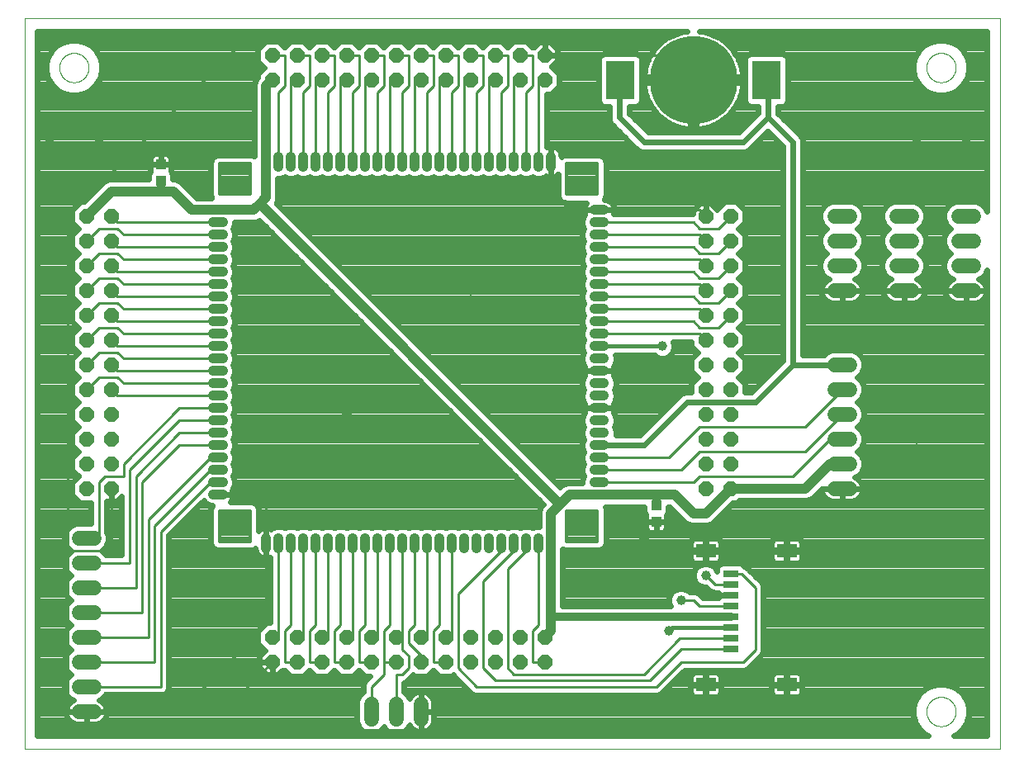
<source format=gtl>
G75*
%MOIN*%
%OFA0B0*%
%FSLAX25Y25*%
%IPPOS*%
%LPD*%
%AMOC8*
5,1,8,0,0,1.08239X$1,22.5*
%
%ADD10C,0.00000*%
%ADD11C,0.06000*%
%ADD12OC8,0.06000*%
%ADD13C,0.01378*%
%ADD14C,0.03969*%
%ADD15C,0.35433*%
%ADD16R,0.11811X0.15748*%
%ADD17R,0.07874X0.05709*%
%ADD18R,0.05906X0.03150*%
%ADD19R,0.03937X0.04331*%
%ADD20C,0.01000*%
%ADD21C,0.03962*%
%ADD22C,0.02400*%
%ADD23C,0.01600*%
%ADD24C,0.04000*%
%ADD25C,0.03200*%
D10*
X0002200Y0007200D02*
X0002200Y0302161D01*
X0395901Y0302161D01*
X0395901Y0007200D01*
X0002200Y0007200D01*
X0016294Y0282200D02*
X0016296Y0282353D01*
X0016302Y0282507D01*
X0016312Y0282660D01*
X0016326Y0282812D01*
X0016344Y0282965D01*
X0016366Y0283116D01*
X0016391Y0283267D01*
X0016421Y0283418D01*
X0016455Y0283568D01*
X0016492Y0283716D01*
X0016533Y0283864D01*
X0016578Y0284010D01*
X0016627Y0284156D01*
X0016680Y0284300D01*
X0016736Y0284442D01*
X0016796Y0284583D01*
X0016860Y0284723D01*
X0016927Y0284861D01*
X0016998Y0284997D01*
X0017073Y0285131D01*
X0017150Y0285263D01*
X0017232Y0285393D01*
X0017316Y0285521D01*
X0017404Y0285647D01*
X0017495Y0285770D01*
X0017589Y0285891D01*
X0017687Y0286009D01*
X0017787Y0286125D01*
X0017891Y0286238D01*
X0017997Y0286349D01*
X0018106Y0286457D01*
X0018218Y0286562D01*
X0018332Y0286663D01*
X0018450Y0286762D01*
X0018569Y0286858D01*
X0018691Y0286951D01*
X0018816Y0287040D01*
X0018943Y0287127D01*
X0019072Y0287209D01*
X0019203Y0287289D01*
X0019336Y0287365D01*
X0019471Y0287438D01*
X0019608Y0287507D01*
X0019747Y0287572D01*
X0019887Y0287634D01*
X0020029Y0287692D01*
X0020172Y0287747D01*
X0020317Y0287798D01*
X0020463Y0287845D01*
X0020610Y0287888D01*
X0020758Y0287927D01*
X0020907Y0287963D01*
X0021057Y0287994D01*
X0021208Y0288022D01*
X0021359Y0288046D01*
X0021512Y0288066D01*
X0021664Y0288082D01*
X0021817Y0288094D01*
X0021970Y0288102D01*
X0022123Y0288106D01*
X0022277Y0288106D01*
X0022430Y0288102D01*
X0022583Y0288094D01*
X0022736Y0288082D01*
X0022888Y0288066D01*
X0023041Y0288046D01*
X0023192Y0288022D01*
X0023343Y0287994D01*
X0023493Y0287963D01*
X0023642Y0287927D01*
X0023790Y0287888D01*
X0023937Y0287845D01*
X0024083Y0287798D01*
X0024228Y0287747D01*
X0024371Y0287692D01*
X0024513Y0287634D01*
X0024653Y0287572D01*
X0024792Y0287507D01*
X0024929Y0287438D01*
X0025064Y0287365D01*
X0025197Y0287289D01*
X0025328Y0287209D01*
X0025457Y0287127D01*
X0025584Y0287040D01*
X0025709Y0286951D01*
X0025831Y0286858D01*
X0025950Y0286762D01*
X0026068Y0286663D01*
X0026182Y0286562D01*
X0026294Y0286457D01*
X0026403Y0286349D01*
X0026509Y0286238D01*
X0026613Y0286125D01*
X0026713Y0286009D01*
X0026811Y0285891D01*
X0026905Y0285770D01*
X0026996Y0285647D01*
X0027084Y0285521D01*
X0027168Y0285393D01*
X0027250Y0285263D01*
X0027327Y0285131D01*
X0027402Y0284997D01*
X0027473Y0284861D01*
X0027540Y0284723D01*
X0027604Y0284583D01*
X0027664Y0284442D01*
X0027720Y0284300D01*
X0027773Y0284156D01*
X0027822Y0284010D01*
X0027867Y0283864D01*
X0027908Y0283716D01*
X0027945Y0283568D01*
X0027979Y0283418D01*
X0028009Y0283267D01*
X0028034Y0283116D01*
X0028056Y0282965D01*
X0028074Y0282812D01*
X0028088Y0282660D01*
X0028098Y0282507D01*
X0028104Y0282353D01*
X0028106Y0282200D01*
X0028104Y0282047D01*
X0028098Y0281893D01*
X0028088Y0281740D01*
X0028074Y0281588D01*
X0028056Y0281435D01*
X0028034Y0281284D01*
X0028009Y0281133D01*
X0027979Y0280982D01*
X0027945Y0280832D01*
X0027908Y0280684D01*
X0027867Y0280536D01*
X0027822Y0280390D01*
X0027773Y0280244D01*
X0027720Y0280100D01*
X0027664Y0279958D01*
X0027604Y0279817D01*
X0027540Y0279677D01*
X0027473Y0279539D01*
X0027402Y0279403D01*
X0027327Y0279269D01*
X0027250Y0279137D01*
X0027168Y0279007D01*
X0027084Y0278879D01*
X0026996Y0278753D01*
X0026905Y0278630D01*
X0026811Y0278509D01*
X0026713Y0278391D01*
X0026613Y0278275D01*
X0026509Y0278162D01*
X0026403Y0278051D01*
X0026294Y0277943D01*
X0026182Y0277838D01*
X0026068Y0277737D01*
X0025950Y0277638D01*
X0025831Y0277542D01*
X0025709Y0277449D01*
X0025584Y0277360D01*
X0025457Y0277273D01*
X0025328Y0277191D01*
X0025197Y0277111D01*
X0025064Y0277035D01*
X0024929Y0276962D01*
X0024792Y0276893D01*
X0024653Y0276828D01*
X0024513Y0276766D01*
X0024371Y0276708D01*
X0024228Y0276653D01*
X0024083Y0276602D01*
X0023937Y0276555D01*
X0023790Y0276512D01*
X0023642Y0276473D01*
X0023493Y0276437D01*
X0023343Y0276406D01*
X0023192Y0276378D01*
X0023041Y0276354D01*
X0022888Y0276334D01*
X0022736Y0276318D01*
X0022583Y0276306D01*
X0022430Y0276298D01*
X0022277Y0276294D01*
X0022123Y0276294D01*
X0021970Y0276298D01*
X0021817Y0276306D01*
X0021664Y0276318D01*
X0021512Y0276334D01*
X0021359Y0276354D01*
X0021208Y0276378D01*
X0021057Y0276406D01*
X0020907Y0276437D01*
X0020758Y0276473D01*
X0020610Y0276512D01*
X0020463Y0276555D01*
X0020317Y0276602D01*
X0020172Y0276653D01*
X0020029Y0276708D01*
X0019887Y0276766D01*
X0019747Y0276828D01*
X0019608Y0276893D01*
X0019471Y0276962D01*
X0019336Y0277035D01*
X0019203Y0277111D01*
X0019072Y0277191D01*
X0018943Y0277273D01*
X0018816Y0277360D01*
X0018691Y0277449D01*
X0018569Y0277542D01*
X0018450Y0277638D01*
X0018332Y0277737D01*
X0018218Y0277838D01*
X0018106Y0277943D01*
X0017997Y0278051D01*
X0017891Y0278162D01*
X0017787Y0278275D01*
X0017687Y0278391D01*
X0017589Y0278509D01*
X0017495Y0278630D01*
X0017404Y0278753D01*
X0017316Y0278879D01*
X0017232Y0279007D01*
X0017150Y0279137D01*
X0017073Y0279269D01*
X0016998Y0279403D01*
X0016927Y0279539D01*
X0016860Y0279677D01*
X0016796Y0279817D01*
X0016736Y0279958D01*
X0016680Y0280100D01*
X0016627Y0280244D01*
X0016578Y0280390D01*
X0016533Y0280536D01*
X0016492Y0280684D01*
X0016455Y0280832D01*
X0016421Y0280982D01*
X0016391Y0281133D01*
X0016366Y0281284D01*
X0016344Y0281435D01*
X0016326Y0281588D01*
X0016312Y0281740D01*
X0016302Y0281893D01*
X0016296Y0282047D01*
X0016294Y0282200D01*
X0366294Y0282200D02*
X0366296Y0282353D01*
X0366302Y0282507D01*
X0366312Y0282660D01*
X0366326Y0282812D01*
X0366344Y0282965D01*
X0366366Y0283116D01*
X0366391Y0283267D01*
X0366421Y0283418D01*
X0366455Y0283568D01*
X0366492Y0283716D01*
X0366533Y0283864D01*
X0366578Y0284010D01*
X0366627Y0284156D01*
X0366680Y0284300D01*
X0366736Y0284442D01*
X0366796Y0284583D01*
X0366860Y0284723D01*
X0366927Y0284861D01*
X0366998Y0284997D01*
X0367073Y0285131D01*
X0367150Y0285263D01*
X0367232Y0285393D01*
X0367316Y0285521D01*
X0367404Y0285647D01*
X0367495Y0285770D01*
X0367589Y0285891D01*
X0367687Y0286009D01*
X0367787Y0286125D01*
X0367891Y0286238D01*
X0367997Y0286349D01*
X0368106Y0286457D01*
X0368218Y0286562D01*
X0368332Y0286663D01*
X0368450Y0286762D01*
X0368569Y0286858D01*
X0368691Y0286951D01*
X0368816Y0287040D01*
X0368943Y0287127D01*
X0369072Y0287209D01*
X0369203Y0287289D01*
X0369336Y0287365D01*
X0369471Y0287438D01*
X0369608Y0287507D01*
X0369747Y0287572D01*
X0369887Y0287634D01*
X0370029Y0287692D01*
X0370172Y0287747D01*
X0370317Y0287798D01*
X0370463Y0287845D01*
X0370610Y0287888D01*
X0370758Y0287927D01*
X0370907Y0287963D01*
X0371057Y0287994D01*
X0371208Y0288022D01*
X0371359Y0288046D01*
X0371512Y0288066D01*
X0371664Y0288082D01*
X0371817Y0288094D01*
X0371970Y0288102D01*
X0372123Y0288106D01*
X0372277Y0288106D01*
X0372430Y0288102D01*
X0372583Y0288094D01*
X0372736Y0288082D01*
X0372888Y0288066D01*
X0373041Y0288046D01*
X0373192Y0288022D01*
X0373343Y0287994D01*
X0373493Y0287963D01*
X0373642Y0287927D01*
X0373790Y0287888D01*
X0373937Y0287845D01*
X0374083Y0287798D01*
X0374228Y0287747D01*
X0374371Y0287692D01*
X0374513Y0287634D01*
X0374653Y0287572D01*
X0374792Y0287507D01*
X0374929Y0287438D01*
X0375064Y0287365D01*
X0375197Y0287289D01*
X0375328Y0287209D01*
X0375457Y0287127D01*
X0375584Y0287040D01*
X0375709Y0286951D01*
X0375831Y0286858D01*
X0375950Y0286762D01*
X0376068Y0286663D01*
X0376182Y0286562D01*
X0376294Y0286457D01*
X0376403Y0286349D01*
X0376509Y0286238D01*
X0376613Y0286125D01*
X0376713Y0286009D01*
X0376811Y0285891D01*
X0376905Y0285770D01*
X0376996Y0285647D01*
X0377084Y0285521D01*
X0377168Y0285393D01*
X0377250Y0285263D01*
X0377327Y0285131D01*
X0377402Y0284997D01*
X0377473Y0284861D01*
X0377540Y0284723D01*
X0377604Y0284583D01*
X0377664Y0284442D01*
X0377720Y0284300D01*
X0377773Y0284156D01*
X0377822Y0284010D01*
X0377867Y0283864D01*
X0377908Y0283716D01*
X0377945Y0283568D01*
X0377979Y0283418D01*
X0378009Y0283267D01*
X0378034Y0283116D01*
X0378056Y0282965D01*
X0378074Y0282812D01*
X0378088Y0282660D01*
X0378098Y0282507D01*
X0378104Y0282353D01*
X0378106Y0282200D01*
X0378104Y0282047D01*
X0378098Y0281893D01*
X0378088Y0281740D01*
X0378074Y0281588D01*
X0378056Y0281435D01*
X0378034Y0281284D01*
X0378009Y0281133D01*
X0377979Y0280982D01*
X0377945Y0280832D01*
X0377908Y0280684D01*
X0377867Y0280536D01*
X0377822Y0280390D01*
X0377773Y0280244D01*
X0377720Y0280100D01*
X0377664Y0279958D01*
X0377604Y0279817D01*
X0377540Y0279677D01*
X0377473Y0279539D01*
X0377402Y0279403D01*
X0377327Y0279269D01*
X0377250Y0279137D01*
X0377168Y0279007D01*
X0377084Y0278879D01*
X0376996Y0278753D01*
X0376905Y0278630D01*
X0376811Y0278509D01*
X0376713Y0278391D01*
X0376613Y0278275D01*
X0376509Y0278162D01*
X0376403Y0278051D01*
X0376294Y0277943D01*
X0376182Y0277838D01*
X0376068Y0277737D01*
X0375950Y0277638D01*
X0375831Y0277542D01*
X0375709Y0277449D01*
X0375584Y0277360D01*
X0375457Y0277273D01*
X0375328Y0277191D01*
X0375197Y0277111D01*
X0375064Y0277035D01*
X0374929Y0276962D01*
X0374792Y0276893D01*
X0374653Y0276828D01*
X0374513Y0276766D01*
X0374371Y0276708D01*
X0374228Y0276653D01*
X0374083Y0276602D01*
X0373937Y0276555D01*
X0373790Y0276512D01*
X0373642Y0276473D01*
X0373493Y0276437D01*
X0373343Y0276406D01*
X0373192Y0276378D01*
X0373041Y0276354D01*
X0372888Y0276334D01*
X0372736Y0276318D01*
X0372583Y0276306D01*
X0372430Y0276298D01*
X0372277Y0276294D01*
X0372123Y0276294D01*
X0371970Y0276298D01*
X0371817Y0276306D01*
X0371664Y0276318D01*
X0371512Y0276334D01*
X0371359Y0276354D01*
X0371208Y0276378D01*
X0371057Y0276406D01*
X0370907Y0276437D01*
X0370758Y0276473D01*
X0370610Y0276512D01*
X0370463Y0276555D01*
X0370317Y0276602D01*
X0370172Y0276653D01*
X0370029Y0276708D01*
X0369887Y0276766D01*
X0369747Y0276828D01*
X0369608Y0276893D01*
X0369471Y0276962D01*
X0369336Y0277035D01*
X0369203Y0277111D01*
X0369072Y0277191D01*
X0368943Y0277273D01*
X0368816Y0277360D01*
X0368691Y0277449D01*
X0368569Y0277542D01*
X0368450Y0277638D01*
X0368332Y0277737D01*
X0368218Y0277838D01*
X0368106Y0277943D01*
X0367997Y0278051D01*
X0367891Y0278162D01*
X0367787Y0278275D01*
X0367687Y0278391D01*
X0367589Y0278509D01*
X0367495Y0278630D01*
X0367404Y0278753D01*
X0367316Y0278879D01*
X0367232Y0279007D01*
X0367150Y0279137D01*
X0367073Y0279269D01*
X0366998Y0279403D01*
X0366927Y0279539D01*
X0366860Y0279677D01*
X0366796Y0279817D01*
X0366736Y0279958D01*
X0366680Y0280100D01*
X0366627Y0280244D01*
X0366578Y0280390D01*
X0366533Y0280536D01*
X0366492Y0280684D01*
X0366455Y0280832D01*
X0366421Y0280982D01*
X0366391Y0281133D01*
X0366366Y0281284D01*
X0366344Y0281435D01*
X0366326Y0281588D01*
X0366312Y0281740D01*
X0366302Y0281893D01*
X0366296Y0282047D01*
X0366294Y0282200D01*
X0366294Y0022200D02*
X0366296Y0022353D01*
X0366302Y0022507D01*
X0366312Y0022660D01*
X0366326Y0022812D01*
X0366344Y0022965D01*
X0366366Y0023116D01*
X0366391Y0023267D01*
X0366421Y0023418D01*
X0366455Y0023568D01*
X0366492Y0023716D01*
X0366533Y0023864D01*
X0366578Y0024010D01*
X0366627Y0024156D01*
X0366680Y0024300D01*
X0366736Y0024442D01*
X0366796Y0024583D01*
X0366860Y0024723D01*
X0366927Y0024861D01*
X0366998Y0024997D01*
X0367073Y0025131D01*
X0367150Y0025263D01*
X0367232Y0025393D01*
X0367316Y0025521D01*
X0367404Y0025647D01*
X0367495Y0025770D01*
X0367589Y0025891D01*
X0367687Y0026009D01*
X0367787Y0026125D01*
X0367891Y0026238D01*
X0367997Y0026349D01*
X0368106Y0026457D01*
X0368218Y0026562D01*
X0368332Y0026663D01*
X0368450Y0026762D01*
X0368569Y0026858D01*
X0368691Y0026951D01*
X0368816Y0027040D01*
X0368943Y0027127D01*
X0369072Y0027209D01*
X0369203Y0027289D01*
X0369336Y0027365D01*
X0369471Y0027438D01*
X0369608Y0027507D01*
X0369747Y0027572D01*
X0369887Y0027634D01*
X0370029Y0027692D01*
X0370172Y0027747D01*
X0370317Y0027798D01*
X0370463Y0027845D01*
X0370610Y0027888D01*
X0370758Y0027927D01*
X0370907Y0027963D01*
X0371057Y0027994D01*
X0371208Y0028022D01*
X0371359Y0028046D01*
X0371512Y0028066D01*
X0371664Y0028082D01*
X0371817Y0028094D01*
X0371970Y0028102D01*
X0372123Y0028106D01*
X0372277Y0028106D01*
X0372430Y0028102D01*
X0372583Y0028094D01*
X0372736Y0028082D01*
X0372888Y0028066D01*
X0373041Y0028046D01*
X0373192Y0028022D01*
X0373343Y0027994D01*
X0373493Y0027963D01*
X0373642Y0027927D01*
X0373790Y0027888D01*
X0373937Y0027845D01*
X0374083Y0027798D01*
X0374228Y0027747D01*
X0374371Y0027692D01*
X0374513Y0027634D01*
X0374653Y0027572D01*
X0374792Y0027507D01*
X0374929Y0027438D01*
X0375064Y0027365D01*
X0375197Y0027289D01*
X0375328Y0027209D01*
X0375457Y0027127D01*
X0375584Y0027040D01*
X0375709Y0026951D01*
X0375831Y0026858D01*
X0375950Y0026762D01*
X0376068Y0026663D01*
X0376182Y0026562D01*
X0376294Y0026457D01*
X0376403Y0026349D01*
X0376509Y0026238D01*
X0376613Y0026125D01*
X0376713Y0026009D01*
X0376811Y0025891D01*
X0376905Y0025770D01*
X0376996Y0025647D01*
X0377084Y0025521D01*
X0377168Y0025393D01*
X0377250Y0025263D01*
X0377327Y0025131D01*
X0377402Y0024997D01*
X0377473Y0024861D01*
X0377540Y0024723D01*
X0377604Y0024583D01*
X0377664Y0024442D01*
X0377720Y0024300D01*
X0377773Y0024156D01*
X0377822Y0024010D01*
X0377867Y0023864D01*
X0377908Y0023716D01*
X0377945Y0023568D01*
X0377979Y0023418D01*
X0378009Y0023267D01*
X0378034Y0023116D01*
X0378056Y0022965D01*
X0378074Y0022812D01*
X0378088Y0022660D01*
X0378098Y0022507D01*
X0378104Y0022353D01*
X0378106Y0022200D01*
X0378104Y0022047D01*
X0378098Y0021893D01*
X0378088Y0021740D01*
X0378074Y0021588D01*
X0378056Y0021435D01*
X0378034Y0021284D01*
X0378009Y0021133D01*
X0377979Y0020982D01*
X0377945Y0020832D01*
X0377908Y0020684D01*
X0377867Y0020536D01*
X0377822Y0020390D01*
X0377773Y0020244D01*
X0377720Y0020100D01*
X0377664Y0019958D01*
X0377604Y0019817D01*
X0377540Y0019677D01*
X0377473Y0019539D01*
X0377402Y0019403D01*
X0377327Y0019269D01*
X0377250Y0019137D01*
X0377168Y0019007D01*
X0377084Y0018879D01*
X0376996Y0018753D01*
X0376905Y0018630D01*
X0376811Y0018509D01*
X0376713Y0018391D01*
X0376613Y0018275D01*
X0376509Y0018162D01*
X0376403Y0018051D01*
X0376294Y0017943D01*
X0376182Y0017838D01*
X0376068Y0017737D01*
X0375950Y0017638D01*
X0375831Y0017542D01*
X0375709Y0017449D01*
X0375584Y0017360D01*
X0375457Y0017273D01*
X0375328Y0017191D01*
X0375197Y0017111D01*
X0375064Y0017035D01*
X0374929Y0016962D01*
X0374792Y0016893D01*
X0374653Y0016828D01*
X0374513Y0016766D01*
X0374371Y0016708D01*
X0374228Y0016653D01*
X0374083Y0016602D01*
X0373937Y0016555D01*
X0373790Y0016512D01*
X0373642Y0016473D01*
X0373493Y0016437D01*
X0373343Y0016406D01*
X0373192Y0016378D01*
X0373041Y0016354D01*
X0372888Y0016334D01*
X0372736Y0016318D01*
X0372583Y0016306D01*
X0372430Y0016298D01*
X0372277Y0016294D01*
X0372123Y0016294D01*
X0371970Y0016298D01*
X0371817Y0016306D01*
X0371664Y0016318D01*
X0371512Y0016334D01*
X0371359Y0016354D01*
X0371208Y0016378D01*
X0371057Y0016406D01*
X0370907Y0016437D01*
X0370758Y0016473D01*
X0370610Y0016512D01*
X0370463Y0016555D01*
X0370317Y0016602D01*
X0370172Y0016653D01*
X0370029Y0016708D01*
X0369887Y0016766D01*
X0369747Y0016828D01*
X0369608Y0016893D01*
X0369471Y0016962D01*
X0369336Y0017035D01*
X0369203Y0017111D01*
X0369072Y0017191D01*
X0368943Y0017273D01*
X0368816Y0017360D01*
X0368691Y0017449D01*
X0368569Y0017542D01*
X0368450Y0017638D01*
X0368332Y0017737D01*
X0368218Y0017838D01*
X0368106Y0017943D01*
X0367997Y0018051D01*
X0367891Y0018162D01*
X0367787Y0018275D01*
X0367687Y0018391D01*
X0367589Y0018509D01*
X0367495Y0018630D01*
X0367404Y0018753D01*
X0367316Y0018879D01*
X0367232Y0019007D01*
X0367150Y0019137D01*
X0367073Y0019269D01*
X0366998Y0019403D01*
X0366927Y0019539D01*
X0366860Y0019677D01*
X0366796Y0019817D01*
X0366736Y0019958D01*
X0366680Y0020100D01*
X0366627Y0020244D01*
X0366578Y0020390D01*
X0366533Y0020536D01*
X0366492Y0020684D01*
X0366455Y0020832D01*
X0366421Y0020982D01*
X0366391Y0021133D01*
X0366366Y0021284D01*
X0366344Y0021435D01*
X0366326Y0021588D01*
X0366312Y0021740D01*
X0366302Y0021893D01*
X0366296Y0022047D01*
X0366294Y0022200D01*
D11*
X0335200Y0112200D02*
X0329200Y0112200D01*
X0329200Y0122200D02*
X0335200Y0122200D01*
X0335200Y0132200D02*
X0329200Y0132200D01*
X0329200Y0142200D02*
X0335200Y0142200D01*
X0335200Y0152200D02*
X0329200Y0152200D01*
X0329200Y0162200D02*
X0335200Y0162200D01*
X0335200Y0192200D02*
X0329200Y0192200D01*
X0329200Y0202200D02*
X0335200Y0202200D01*
X0335200Y0212200D02*
X0329200Y0212200D01*
X0329200Y0222200D02*
X0335200Y0222200D01*
X0354200Y0222200D02*
X0360200Y0222200D01*
X0360200Y0212200D02*
X0354200Y0212200D01*
X0354200Y0202200D02*
X0360200Y0202200D01*
X0360200Y0192200D02*
X0354200Y0192200D01*
X0379200Y0192200D02*
X0385200Y0192200D01*
X0385200Y0202200D02*
X0379200Y0202200D01*
X0379200Y0212200D02*
X0385200Y0212200D01*
X0385200Y0222200D02*
X0379200Y0222200D01*
X0162200Y0025200D02*
X0162200Y0019200D01*
X0152200Y0019200D02*
X0152200Y0025200D01*
X0142200Y0025200D02*
X0142200Y0019200D01*
X0030200Y0022200D02*
X0024200Y0022200D01*
X0024200Y0032200D02*
X0030200Y0032200D01*
X0030200Y0042200D02*
X0024200Y0042200D01*
X0024200Y0052200D02*
X0030200Y0052200D01*
X0030200Y0062200D02*
X0024200Y0062200D01*
X0024200Y0072200D02*
X0030200Y0072200D01*
X0030200Y0082200D02*
X0024200Y0082200D01*
X0024200Y0092200D02*
X0030200Y0092200D01*
D12*
X0027200Y0112200D03*
X0027200Y0122200D03*
X0027200Y0132200D03*
X0027200Y0142200D03*
X0027200Y0152200D03*
X0027200Y0162200D03*
X0027200Y0172200D03*
X0037200Y0172200D03*
X0037200Y0162200D03*
X0037200Y0152200D03*
X0037200Y0142200D03*
X0037200Y0132200D03*
X0037200Y0122200D03*
X0037200Y0112200D03*
X0102200Y0052200D03*
X0102200Y0042200D03*
X0112200Y0042200D03*
X0122200Y0042200D03*
X0122200Y0052200D03*
X0112200Y0052200D03*
X0132200Y0052200D03*
X0142200Y0052200D03*
X0142200Y0042200D03*
X0132200Y0042200D03*
X0152200Y0042200D03*
X0162200Y0042200D03*
X0162200Y0052200D03*
X0152200Y0052200D03*
X0172200Y0052200D03*
X0182200Y0052200D03*
X0182200Y0042200D03*
X0172200Y0042200D03*
X0192200Y0042200D03*
X0202200Y0042200D03*
X0202200Y0052200D03*
X0192200Y0052200D03*
X0212200Y0052200D03*
X0212200Y0042200D03*
X0277200Y0112200D03*
X0287200Y0112200D03*
X0287200Y0122200D03*
X0277200Y0122200D03*
X0277200Y0132200D03*
X0287200Y0132200D03*
X0287200Y0142200D03*
X0277200Y0142200D03*
X0277200Y0152200D03*
X0287200Y0152200D03*
X0287200Y0162200D03*
X0277200Y0162200D03*
X0277200Y0172200D03*
X0287200Y0172200D03*
X0287200Y0182200D03*
X0277200Y0182200D03*
X0277200Y0192200D03*
X0287200Y0192200D03*
X0287200Y0202200D03*
X0277200Y0202200D03*
X0277200Y0212200D03*
X0287200Y0212200D03*
X0287200Y0222200D03*
X0277200Y0222200D03*
X0212200Y0277200D03*
X0212200Y0287200D03*
X0202200Y0287200D03*
X0192200Y0287200D03*
X0192200Y0277200D03*
X0202200Y0277200D03*
X0182200Y0277200D03*
X0172200Y0277200D03*
X0172200Y0287200D03*
X0182200Y0287200D03*
X0162200Y0287200D03*
X0152200Y0287200D03*
X0152200Y0277200D03*
X0162200Y0277200D03*
X0142200Y0277200D03*
X0132200Y0277200D03*
X0132200Y0287200D03*
X0142200Y0287200D03*
X0122200Y0287200D03*
X0112200Y0287200D03*
X0112200Y0277200D03*
X0122200Y0277200D03*
X0102200Y0277200D03*
X0102200Y0287200D03*
X0037200Y0222200D03*
X0037200Y0212200D03*
X0037200Y0202200D03*
X0037200Y0192200D03*
X0037200Y0182200D03*
X0027200Y0182200D03*
X0027200Y0192200D03*
X0027200Y0202200D03*
X0027200Y0212200D03*
X0027200Y0222200D03*
D13*
X0080920Y0231078D02*
X0093322Y0231078D01*
X0080920Y0231078D02*
X0080920Y0243480D01*
X0093322Y0243480D01*
X0093322Y0231078D01*
X0093322Y0232455D02*
X0080920Y0232455D01*
X0080920Y0233832D02*
X0093322Y0233832D01*
X0093322Y0235209D02*
X0080920Y0235209D01*
X0080920Y0236586D02*
X0093322Y0236586D01*
X0093322Y0237963D02*
X0080920Y0237963D01*
X0080920Y0239340D02*
X0093322Y0239340D01*
X0093322Y0240717D02*
X0080920Y0240717D01*
X0080920Y0242094D02*
X0093322Y0242094D01*
X0093322Y0243471D02*
X0080920Y0243471D01*
X0221078Y0231078D02*
X0233480Y0231078D01*
X0221078Y0231078D02*
X0221078Y0243480D01*
X0233480Y0243480D01*
X0233480Y0231078D01*
X0233480Y0232455D02*
X0221078Y0232455D01*
X0221078Y0233832D02*
X0233480Y0233832D01*
X0233480Y0235209D02*
X0221078Y0235209D01*
X0221078Y0236586D02*
X0233480Y0236586D01*
X0233480Y0237963D02*
X0221078Y0237963D01*
X0221078Y0239340D02*
X0233480Y0239340D01*
X0233480Y0240717D02*
X0221078Y0240717D01*
X0221078Y0242094D02*
X0233480Y0242094D01*
X0233480Y0243471D02*
X0221078Y0243471D01*
X0221078Y0090920D02*
X0233480Y0090920D01*
X0221078Y0090920D02*
X0221078Y0103322D01*
X0233480Y0103322D01*
X0233480Y0090920D01*
X0233480Y0092297D02*
X0221078Y0092297D01*
X0221078Y0093674D02*
X0233480Y0093674D01*
X0233480Y0095051D02*
X0221078Y0095051D01*
X0221078Y0096428D02*
X0233480Y0096428D01*
X0233480Y0097805D02*
X0221078Y0097805D01*
X0221078Y0099182D02*
X0233480Y0099182D01*
X0233480Y0100559D02*
X0221078Y0100559D01*
X0221078Y0101936D02*
X0233480Y0101936D01*
X0233480Y0103313D02*
X0221078Y0103313D01*
X0093322Y0090920D02*
X0080920Y0090920D01*
X0080920Y0103322D01*
X0093322Y0103322D01*
X0093322Y0090920D01*
X0093322Y0092297D02*
X0080920Y0092297D01*
X0080920Y0093674D02*
X0093322Y0093674D01*
X0093322Y0095051D02*
X0080920Y0095051D01*
X0080920Y0096428D02*
X0093322Y0096428D01*
X0093322Y0097805D02*
X0080920Y0097805D01*
X0080920Y0099182D02*
X0093322Y0099182D01*
X0093322Y0100559D02*
X0080920Y0100559D01*
X0080920Y0101936D02*
X0093322Y0101936D01*
X0093322Y0103313D02*
X0080920Y0103313D01*
D14*
X0082200Y0109700D02*
X0078231Y0109700D01*
X0078231Y0114700D02*
X0082200Y0114700D01*
X0082200Y0119700D02*
X0078231Y0119700D01*
X0078231Y0124700D02*
X0082200Y0124700D01*
X0082200Y0129700D02*
X0078231Y0129700D01*
X0078231Y0134700D02*
X0082200Y0134700D01*
X0082200Y0139700D02*
X0078231Y0139700D01*
X0078231Y0144700D02*
X0082200Y0144700D01*
X0082200Y0149700D02*
X0078231Y0149700D01*
X0078231Y0154700D02*
X0082200Y0154700D01*
X0082200Y0159700D02*
X0078231Y0159700D01*
X0078231Y0164700D02*
X0082200Y0164700D01*
X0082200Y0169700D02*
X0078231Y0169700D01*
X0078231Y0174700D02*
X0082200Y0174700D01*
X0082200Y0179700D02*
X0078231Y0179700D01*
X0078231Y0184700D02*
X0082200Y0184700D01*
X0082200Y0189700D02*
X0078231Y0189700D01*
X0078231Y0194700D02*
X0082200Y0194700D01*
X0082200Y0199700D02*
X0078231Y0199700D01*
X0078231Y0204700D02*
X0082200Y0204700D01*
X0082200Y0209700D02*
X0078231Y0209700D01*
X0078231Y0214700D02*
X0082200Y0214700D01*
X0082200Y0219700D02*
X0078231Y0219700D01*
X0078231Y0224700D02*
X0082200Y0224700D01*
X0099700Y0242200D02*
X0099700Y0246169D01*
X0104700Y0246169D02*
X0104700Y0242200D01*
X0109700Y0242200D02*
X0109700Y0246169D01*
X0114700Y0246169D02*
X0114700Y0242200D01*
X0119700Y0242200D02*
X0119700Y0246169D01*
X0124700Y0246169D02*
X0124700Y0242200D01*
X0129700Y0242200D02*
X0129700Y0246169D01*
X0134700Y0246169D02*
X0134700Y0242200D01*
X0139700Y0242200D02*
X0139700Y0246169D01*
X0144700Y0246169D02*
X0144700Y0242200D01*
X0149700Y0242200D02*
X0149700Y0246169D01*
X0154700Y0246169D02*
X0154700Y0242200D01*
X0159700Y0242200D02*
X0159700Y0246169D01*
X0164700Y0246169D02*
X0164700Y0242200D01*
X0169700Y0242200D02*
X0169700Y0246169D01*
X0174700Y0246169D02*
X0174700Y0242200D01*
X0179700Y0242200D02*
X0179700Y0246169D01*
X0184700Y0246169D02*
X0184700Y0242200D01*
X0189700Y0242200D02*
X0189700Y0246169D01*
X0194700Y0246169D02*
X0194700Y0242200D01*
X0199700Y0242200D02*
X0199700Y0246169D01*
X0204700Y0246169D02*
X0204700Y0242200D01*
X0209700Y0242200D02*
X0209700Y0246169D01*
X0214700Y0246169D02*
X0214700Y0242200D01*
X0232200Y0224700D02*
X0236169Y0224700D01*
X0236169Y0219700D02*
X0232200Y0219700D01*
X0232200Y0214700D02*
X0236169Y0214700D01*
X0236169Y0209700D02*
X0232200Y0209700D01*
X0232200Y0204700D02*
X0236169Y0204700D01*
X0236169Y0199700D02*
X0232200Y0199700D01*
X0232200Y0194700D02*
X0236169Y0194700D01*
X0236169Y0189700D02*
X0232200Y0189700D01*
X0232200Y0184700D02*
X0236169Y0184700D01*
X0236169Y0179700D02*
X0232200Y0179700D01*
X0232200Y0174700D02*
X0236169Y0174700D01*
X0236169Y0169700D02*
X0232200Y0169700D01*
X0232200Y0164700D02*
X0236169Y0164700D01*
X0236169Y0159700D02*
X0232200Y0159700D01*
X0232200Y0154700D02*
X0236169Y0154700D01*
X0236169Y0149700D02*
X0232200Y0149700D01*
X0232200Y0144700D02*
X0236169Y0144700D01*
X0236169Y0139700D02*
X0232200Y0139700D01*
X0232200Y0134700D02*
X0236169Y0134700D01*
X0236169Y0129700D02*
X0232200Y0129700D01*
X0232200Y0124700D02*
X0236169Y0124700D01*
X0236169Y0119700D02*
X0232200Y0119700D01*
X0232200Y0114700D02*
X0236169Y0114700D01*
X0236169Y0109700D02*
X0232200Y0109700D01*
X0214700Y0092200D02*
X0214700Y0088231D01*
X0209700Y0088231D02*
X0209700Y0092200D01*
X0204700Y0092200D02*
X0204700Y0088231D01*
X0199700Y0088231D02*
X0199700Y0092200D01*
X0194700Y0092200D02*
X0194700Y0088231D01*
X0189700Y0088231D02*
X0189700Y0092200D01*
X0184700Y0092200D02*
X0184700Y0088231D01*
X0179700Y0088231D02*
X0179700Y0092200D01*
X0174700Y0092200D02*
X0174700Y0088231D01*
X0169700Y0088231D02*
X0169700Y0092200D01*
X0164700Y0092200D02*
X0164700Y0088231D01*
X0159700Y0088231D02*
X0159700Y0092200D01*
X0154700Y0092200D02*
X0154700Y0088231D01*
X0149700Y0088231D02*
X0149700Y0092200D01*
X0144700Y0092200D02*
X0144700Y0088231D01*
X0139700Y0088231D02*
X0139700Y0092200D01*
X0134700Y0092200D02*
X0134700Y0088231D01*
X0129700Y0088231D02*
X0129700Y0092200D01*
X0124700Y0092200D02*
X0124700Y0088231D01*
X0119700Y0088231D02*
X0119700Y0092200D01*
X0114700Y0092200D02*
X0114700Y0088231D01*
X0109700Y0088231D02*
X0109700Y0092200D01*
X0104700Y0092200D02*
X0104700Y0088231D01*
X0099700Y0088231D02*
X0099700Y0092200D01*
D15*
X0272200Y0277200D03*
D16*
X0301728Y0277200D03*
X0242672Y0277200D03*
D17*
X0277200Y0087200D03*
X0309877Y0087200D03*
X0309877Y0033066D03*
X0277200Y0033066D03*
D18*
X0287436Y0047515D03*
X0287436Y0051846D03*
X0287436Y0056176D03*
X0287436Y0060507D03*
X0287436Y0064838D03*
X0287436Y0069169D03*
X0287436Y0073499D03*
X0287436Y0077830D03*
D19*
X0257200Y0098854D03*
X0257200Y0105546D03*
X0057200Y0236354D03*
X0057200Y0243046D03*
D20*
X0037200Y0222200D02*
X0039700Y0219700D01*
X0082200Y0219700D01*
X0082200Y0214700D02*
X0042200Y0214700D01*
X0039700Y0217200D01*
X0032200Y0217200D01*
X0027200Y0212200D01*
X0032200Y0207200D02*
X0027200Y0202200D01*
X0032200Y0197200D02*
X0027200Y0192200D01*
X0032200Y0187200D02*
X0027200Y0182200D01*
X0032200Y0177200D02*
X0027200Y0172200D01*
X0032200Y0177200D02*
X0039700Y0177200D01*
X0042200Y0174700D01*
X0082200Y0174700D01*
X0082200Y0169700D02*
X0039700Y0169700D01*
X0037200Y0172200D01*
X0039700Y0167200D02*
X0032200Y0167200D01*
X0027200Y0162200D01*
X0032200Y0157200D02*
X0027200Y0152200D01*
X0032200Y0157200D02*
X0039700Y0157200D01*
X0042200Y0154700D01*
X0082200Y0154700D01*
X0082200Y0149700D02*
X0039700Y0149700D01*
X0037200Y0152200D01*
X0039700Y0159700D02*
X0037200Y0162200D01*
X0039700Y0159700D02*
X0082200Y0159700D01*
X0082200Y0164700D02*
X0042200Y0164700D01*
X0039700Y0167200D01*
X0039700Y0179700D02*
X0037200Y0182200D01*
X0039700Y0179700D02*
X0082200Y0179700D01*
X0082200Y0184700D02*
X0042200Y0184700D01*
X0039700Y0187200D01*
X0032200Y0187200D01*
X0037200Y0192200D02*
X0039700Y0189700D01*
X0082200Y0189700D01*
X0082200Y0194700D02*
X0042200Y0194700D01*
X0039700Y0197200D01*
X0032200Y0197200D01*
X0037200Y0202200D02*
X0039700Y0199700D01*
X0082200Y0199700D01*
X0082200Y0204700D02*
X0042200Y0204700D01*
X0039700Y0207200D01*
X0032200Y0207200D01*
X0037200Y0212200D02*
X0039700Y0209700D01*
X0082200Y0209700D01*
X0104700Y0242200D02*
X0104700Y0272200D01*
X0107200Y0274700D01*
X0107200Y0287200D01*
X0102200Y0287200D01*
X0112200Y0287200D02*
X0117200Y0287200D01*
X0117200Y0274700D01*
X0114700Y0272200D01*
X0114700Y0242200D01*
X0109700Y0242200D02*
X0109700Y0277200D01*
X0112200Y0277200D01*
X0119700Y0277200D02*
X0122200Y0277200D01*
X0119700Y0277200D02*
X0119700Y0242200D01*
X0124700Y0242200D02*
X0124700Y0272200D01*
X0127200Y0274700D01*
X0127200Y0287200D01*
X0122200Y0287200D01*
X0132200Y0287200D02*
X0137200Y0287200D01*
X0137200Y0274700D01*
X0134700Y0272200D01*
X0134700Y0242200D01*
X0129700Y0242200D02*
X0129700Y0277200D01*
X0132200Y0277200D01*
X0139700Y0277200D02*
X0142200Y0277200D01*
X0139700Y0277200D02*
X0139700Y0242200D01*
X0144700Y0242200D02*
X0144700Y0272200D01*
X0147200Y0274700D01*
X0147200Y0287200D01*
X0142200Y0287200D01*
X0152200Y0287200D02*
X0157200Y0287200D01*
X0157200Y0274700D01*
X0154700Y0272200D01*
X0154700Y0242200D01*
X0149700Y0242200D02*
X0149700Y0277200D01*
X0152200Y0277200D01*
X0159700Y0277200D02*
X0162200Y0277200D01*
X0159700Y0277200D02*
X0159700Y0242200D01*
X0164700Y0242200D02*
X0164700Y0272200D01*
X0167200Y0274700D01*
X0167200Y0287200D01*
X0162200Y0287200D01*
X0172200Y0287200D02*
X0177200Y0287200D01*
X0177200Y0274700D01*
X0174700Y0272200D01*
X0174700Y0242200D01*
X0169700Y0242200D02*
X0169700Y0277200D01*
X0172200Y0277200D01*
X0179700Y0277200D02*
X0182200Y0277200D01*
X0179700Y0277200D02*
X0179700Y0242200D01*
X0184700Y0242200D02*
X0184700Y0272200D01*
X0187200Y0274700D01*
X0187200Y0287200D01*
X0182200Y0287200D01*
X0192200Y0287200D02*
X0197200Y0287200D01*
X0197200Y0274700D01*
X0194700Y0272200D01*
X0194700Y0242200D01*
X0189700Y0242200D02*
X0189700Y0277200D01*
X0192200Y0277200D01*
X0199700Y0277200D02*
X0202200Y0277200D01*
X0199700Y0277200D02*
X0199700Y0242200D01*
X0204700Y0242200D02*
X0204700Y0272200D01*
X0207200Y0274700D01*
X0207200Y0287200D01*
X0202200Y0287200D01*
X0207200Y0292200D02*
X0089700Y0292200D01*
X0019700Y0222200D01*
X0019700Y0087200D01*
X0022200Y0087200D01*
X0019700Y0084700D01*
X0019700Y0027200D01*
X0027200Y0032200D02*
X0057200Y0032200D01*
X0057200Y0094700D01*
X0077200Y0114700D01*
X0082200Y0114700D01*
X0082200Y0109700D02*
X0099700Y0109700D01*
X0099700Y0092200D01*
X0099700Y0057200D01*
X0072200Y0029700D01*
X0034700Y0029700D01*
X0032200Y0027200D01*
X0027200Y0042200D02*
X0054700Y0042200D01*
X0054700Y0097200D01*
X0077200Y0119700D01*
X0082200Y0119700D01*
X0082200Y0124700D02*
X0077200Y0124700D01*
X0052200Y0099700D01*
X0052200Y0052200D01*
X0027200Y0052200D01*
X0027200Y0062200D02*
X0049700Y0062200D01*
X0049700Y0114700D01*
X0064700Y0129700D01*
X0082200Y0129700D01*
X0082200Y0134700D02*
X0064700Y0134700D01*
X0047200Y0117200D01*
X0047200Y0072200D01*
X0027200Y0072200D01*
X0027200Y0082200D02*
X0044700Y0082200D01*
X0044700Y0119700D01*
X0064700Y0139700D01*
X0082200Y0139700D01*
X0082200Y0144700D02*
X0064700Y0144700D01*
X0042200Y0122200D01*
X0042200Y0117200D01*
X0034700Y0117200D01*
X0032200Y0114700D01*
X0032200Y0092200D01*
X0027200Y0092200D01*
X0022200Y0087200D02*
X0037200Y0087200D01*
X0037200Y0112200D01*
X0104700Y0092200D02*
X0104700Y0052200D01*
X0102200Y0052200D01*
X0107200Y0054700D02*
X0107200Y0042200D01*
X0112200Y0042200D01*
X0117200Y0042200D02*
X0122200Y0042200D01*
X0117200Y0042200D02*
X0117200Y0054700D01*
X0119700Y0057200D01*
X0119700Y0092200D01*
X0114700Y0092200D02*
X0114700Y0052200D01*
X0112200Y0052200D01*
X0107200Y0054700D02*
X0109700Y0057200D01*
X0109700Y0092200D01*
X0124700Y0092200D02*
X0124700Y0052200D01*
X0122200Y0052200D01*
X0127200Y0054700D02*
X0127200Y0042200D01*
X0132200Y0042200D01*
X0137200Y0042200D02*
X0142200Y0042200D01*
X0137200Y0042200D02*
X0137200Y0054700D01*
X0139700Y0057200D01*
X0139700Y0092200D01*
X0134700Y0092200D02*
X0134700Y0052200D01*
X0132200Y0052200D01*
X0127200Y0054700D02*
X0129700Y0057200D01*
X0129700Y0092200D01*
X0144700Y0092200D02*
X0144700Y0052200D01*
X0142200Y0052200D01*
X0147200Y0054700D02*
X0147200Y0042200D01*
X0147200Y0037200D01*
X0142200Y0032200D01*
X0142200Y0022200D01*
X0152200Y0022200D02*
X0152200Y0037200D01*
X0154700Y0037200D01*
X0157200Y0039700D01*
X0157200Y0044700D01*
X0154700Y0047200D01*
X0154700Y0052200D01*
X0152200Y0052200D01*
X0154700Y0052200D02*
X0154700Y0092200D01*
X0149700Y0092200D02*
X0149700Y0057200D01*
X0147200Y0054700D01*
X0157200Y0054700D02*
X0157200Y0049700D01*
X0162200Y0044700D01*
X0162200Y0042200D01*
X0167200Y0042200D02*
X0172200Y0042200D01*
X0177200Y0039700D02*
X0177200Y0069700D01*
X0194700Y0087200D01*
X0194700Y0092200D01*
X0199700Y0092200D02*
X0199700Y0087200D01*
X0187200Y0074700D01*
X0187200Y0039700D01*
X0192200Y0034700D01*
X0254700Y0034700D01*
X0267515Y0047515D01*
X0287436Y0047515D01*
X0287436Y0051846D02*
X0266846Y0051846D01*
X0252200Y0037200D01*
X0199700Y0037200D01*
X0197200Y0039700D01*
X0197200Y0079700D01*
X0204700Y0087200D01*
X0204700Y0092200D01*
X0209700Y0092200D02*
X0209700Y0057200D01*
X0207200Y0054700D01*
X0207200Y0042200D01*
X0212200Y0042200D01*
X0184700Y0032200D02*
X0257200Y0032200D01*
X0267200Y0042200D01*
X0292200Y0042200D01*
X0297200Y0047200D01*
X0297200Y0072200D01*
X0291570Y0077830D01*
X0287436Y0077830D01*
X0287200Y0074075D02*
X0287436Y0073839D01*
X0287436Y0073499D01*
X0280901Y0073499D01*
X0277200Y0077200D01*
X0285325Y0074075D02*
X0287200Y0074075D01*
X0288450Y0074075D01*
X0289700Y0072825D01*
X0287436Y0064838D02*
X0274562Y0064838D01*
X0272200Y0067200D01*
X0267200Y0067200D01*
X0272200Y0114700D02*
X0232200Y0114700D01*
X0232200Y0119700D02*
X0267200Y0119700D01*
X0274700Y0127200D01*
X0317200Y0127200D01*
X0332200Y0142200D01*
X0332200Y0132200D02*
X0327200Y0132200D01*
X0312200Y0117200D01*
X0274700Y0117200D01*
X0272200Y0114700D01*
X0262200Y0124700D02*
X0274700Y0137200D01*
X0317200Y0137200D01*
X0332200Y0152200D01*
X0287200Y0182200D02*
X0282200Y0177200D01*
X0274700Y0177200D01*
X0272200Y0179700D01*
X0232200Y0179700D01*
X0232200Y0184700D02*
X0274700Y0184700D01*
X0277200Y0182200D01*
X0274700Y0187200D02*
X0282200Y0187200D01*
X0287200Y0192200D01*
X0282200Y0197200D02*
X0287200Y0202200D01*
X0282200Y0207200D02*
X0287200Y0212200D01*
X0282200Y0207200D02*
X0274700Y0207200D01*
X0272200Y0209700D01*
X0232200Y0209700D01*
X0232200Y0204700D02*
X0274700Y0204700D01*
X0277200Y0202200D01*
X0274700Y0197200D02*
X0272200Y0199700D01*
X0232200Y0199700D01*
X0232200Y0194700D02*
X0274700Y0194700D01*
X0277200Y0192200D01*
X0274700Y0187200D02*
X0272200Y0189700D01*
X0232200Y0189700D01*
X0232200Y0174700D02*
X0274700Y0174700D01*
X0277200Y0172200D01*
X0274700Y0197200D02*
X0282200Y0197200D01*
X0277200Y0212200D02*
X0274700Y0214700D01*
X0232200Y0214700D01*
X0232200Y0219700D02*
X0272200Y0219700D01*
X0274700Y0217200D01*
X0282200Y0217200D01*
X0287200Y0222200D01*
X0277200Y0222200D02*
X0274700Y0224700D01*
X0232200Y0224700D01*
X0209700Y0242200D02*
X0209700Y0277200D01*
X0212200Y0277200D01*
X0212200Y0287200D02*
X0262200Y0287200D01*
X0272200Y0277200D01*
X0262200Y0124700D02*
X0232200Y0124700D01*
X0174700Y0092200D02*
X0174700Y0052200D01*
X0172200Y0052200D01*
X0167200Y0054700D02*
X0169700Y0057200D01*
X0169700Y0092200D01*
X0164700Y0092200D02*
X0164700Y0052200D01*
X0162200Y0052200D01*
X0157200Y0054700D02*
X0159700Y0057200D01*
X0159700Y0092200D01*
X0167200Y0054700D02*
X0167200Y0042200D01*
X0177200Y0039700D02*
X0184700Y0032200D01*
X0152200Y0042200D02*
X0147200Y0042200D01*
X0154700Y0014700D02*
X0129700Y0014700D01*
X0102200Y0042200D02*
X0089700Y0029700D01*
X0072200Y0029700D01*
D21*
X0062200Y0022200D03*
X0152200Y0122200D03*
X0132200Y0142200D03*
X0112200Y0162200D03*
X0162200Y0212200D03*
X0182200Y0192200D03*
X0202200Y0172200D03*
X0259700Y0169700D03*
X0297200Y0237200D03*
X0342200Y0262200D03*
X0362200Y0252200D03*
X0382200Y0252200D03*
X0342200Y0282200D03*
X0382200Y0162200D03*
X0362200Y0152200D03*
X0362200Y0132200D03*
X0362200Y0112200D03*
X0279700Y0069700D03*
X0277200Y0077200D03*
X0267200Y0067200D03*
X0262200Y0054700D03*
X0252200Y0092200D03*
X0212200Y0022200D03*
X0342200Y0022200D03*
X0032200Y0252200D03*
X0012200Y0252200D03*
X0052200Y0272200D03*
X0072200Y0292200D03*
D22*
X0095631Y0277419D02*
X0094900Y0275655D01*
X0094900Y0246602D01*
X0094016Y0246968D01*
X0080226Y0246968D01*
X0078944Y0246437D01*
X0077963Y0245456D01*
X0077431Y0244174D01*
X0077431Y0230384D01*
X0077798Y0229500D01*
X0071688Y0229500D01*
X0066269Y0234919D01*
X0064919Y0236269D01*
X0063155Y0237000D01*
X0061968Y0237000D01*
X0061968Y0239076D01*
X0061542Y0240105D01*
X0061302Y0240345D01*
X0061368Y0240591D01*
X0061368Y0243046D01*
X0057200Y0243046D01*
X0053031Y0243046D01*
X0053031Y0240591D01*
X0053098Y0240345D01*
X0052858Y0240105D01*
X0052431Y0239076D01*
X0052431Y0237000D01*
X0036245Y0237000D01*
X0034481Y0236269D01*
X0026212Y0228000D01*
X0024798Y0228000D01*
X0021400Y0224602D01*
X0021400Y0219798D01*
X0023998Y0217200D01*
X0021400Y0214602D01*
X0021400Y0209798D01*
X0023998Y0207200D01*
X0021400Y0204602D01*
X0021400Y0199798D01*
X0023998Y0197200D01*
X0021400Y0194602D01*
X0021400Y0189798D01*
X0023998Y0187200D01*
X0021400Y0184602D01*
X0021400Y0179798D01*
X0023998Y0177200D01*
X0021400Y0174602D01*
X0021400Y0169798D01*
X0023998Y0167200D01*
X0021400Y0164602D01*
X0021400Y0159798D01*
X0023998Y0157200D01*
X0021400Y0154602D01*
X0021400Y0149798D01*
X0023998Y0147200D01*
X0021400Y0144602D01*
X0021400Y0139798D01*
X0023998Y0137200D01*
X0021400Y0134602D01*
X0021400Y0129798D01*
X0023998Y0127200D01*
X0021400Y0124602D01*
X0021400Y0119798D01*
X0023998Y0117200D01*
X0021400Y0114602D01*
X0021400Y0109798D01*
X0024798Y0106400D01*
X0028900Y0106400D01*
X0028900Y0098000D01*
X0023046Y0098000D01*
X0020915Y0097117D01*
X0019283Y0095485D01*
X0018400Y0093354D01*
X0018400Y0091046D01*
X0019283Y0088915D01*
X0020915Y0087283D01*
X0021115Y0087200D01*
X0020915Y0087117D01*
X0019283Y0085485D01*
X0018400Y0083354D01*
X0018400Y0081046D01*
X0019283Y0078915D01*
X0020915Y0077283D01*
X0021115Y0077200D01*
X0020915Y0077117D01*
X0019283Y0075485D01*
X0018400Y0073354D01*
X0018400Y0071046D01*
X0019283Y0068915D01*
X0020915Y0067283D01*
X0021115Y0067200D01*
X0020915Y0067117D01*
X0019283Y0065485D01*
X0018400Y0063354D01*
X0018400Y0061046D01*
X0019283Y0058915D01*
X0020915Y0057283D01*
X0021115Y0057200D01*
X0020915Y0057117D01*
X0019283Y0055485D01*
X0018400Y0053354D01*
X0018400Y0051046D01*
X0019283Y0048915D01*
X0020915Y0047283D01*
X0021115Y0047200D01*
X0020915Y0047117D01*
X0019283Y0045485D01*
X0018400Y0043354D01*
X0018400Y0041046D01*
X0019283Y0038915D01*
X0020915Y0037283D01*
X0021115Y0037200D01*
X0020915Y0037117D01*
X0019283Y0035485D01*
X0018400Y0033354D01*
X0018400Y0031046D01*
X0019283Y0028915D01*
X0020915Y0027283D01*
X0021912Y0026870D01*
X0021475Y0026647D01*
X0020812Y0026166D01*
X0020234Y0025588D01*
X0019753Y0024925D01*
X0019381Y0024196D01*
X0019128Y0023418D01*
X0019000Y0022609D01*
X0019000Y0022200D01*
X0027200Y0022200D01*
X0035400Y0022200D01*
X0035400Y0022609D01*
X0035272Y0023418D01*
X0035019Y0024196D01*
X0034647Y0024925D01*
X0034166Y0025588D01*
X0033588Y0026166D01*
X0032925Y0026647D01*
X0032488Y0026870D01*
X0033485Y0027283D01*
X0035102Y0028900D01*
X0057856Y0028900D01*
X0059069Y0029402D01*
X0059998Y0030331D01*
X0060500Y0031544D01*
X0060500Y0093333D01*
X0074662Y0107495D01*
X0075040Y0106974D01*
X0075506Y0106508D01*
X0076038Y0106121D01*
X0076625Y0105822D01*
X0077252Y0105619D01*
X0077902Y0105516D01*
X0078180Y0105516D01*
X0077963Y0105298D01*
X0077431Y0104016D01*
X0077431Y0090226D01*
X0077963Y0088944D01*
X0078944Y0087963D01*
X0080226Y0087431D01*
X0094016Y0087431D01*
X0095298Y0087963D01*
X0095516Y0088180D01*
X0095516Y0087902D01*
X0095619Y0087252D01*
X0095822Y0086625D01*
X0096121Y0086038D01*
X0096508Y0085506D01*
X0096974Y0085040D01*
X0097507Y0084653D01*
X0098094Y0084354D01*
X0098720Y0084150D01*
X0099371Y0084047D01*
X0099700Y0084047D01*
X0100029Y0084047D01*
X0100680Y0084150D01*
X0101306Y0084354D01*
X0101400Y0084402D01*
X0101400Y0058000D01*
X0099798Y0058000D01*
X0096400Y0054602D01*
X0096400Y0049798D01*
X0099422Y0046776D01*
X0097000Y0044354D01*
X0097000Y0042200D01*
X0102200Y0042200D01*
X0102200Y0037000D01*
X0104354Y0037000D01*
X0106339Y0038985D01*
X0106544Y0038900D01*
X0107298Y0038900D01*
X0109798Y0036400D01*
X0114602Y0036400D01*
X0117102Y0038900D01*
X0117298Y0038900D01*
X0119798Y0036400D01*
X0124602Y0036400D01*
X0127102Y0038900D01*
X0127298Y0038900D01*
X0129798Y0036400D01*
X0134602Y0036400D01*
X0137102Y0038900D01*
X0137298Y0038900D01*
X0139798Y0036400D01*
X0141733Y0036400D01*
X0139402Y0034069D01*
X0138900Y0032856D01*
X0138900Y0030102D01*
X0137283Y0028485D01*
X0136400Y0026354D01*
X0136400Y0018046D01*
X0137283Y0015915D01*
X0138915Y0014283D01*
X0141046Y0013400D01*
X0143354Y0013400D01*
X0145485Y0014283D01*
X0147117Y0015915D01*
X0147200Y0016115D01*
X0147283Y0015915D01*
X0148915Y0014283D01*
X0151046Y0013400D01*
X0153354Y0013400D01*
X0155485Y0014283D01*
X0157117Y0015915D01*
X0157530Y0016912D01*
X0157753Y0016475D01*
X0158234Y0015812D01*
X0158812Y0015234D01*
X0159475Y0014753D01*
X0160204Y0014381D01*
X0160982Y0014128D01*
X0161791Y0014000D01*
X0162200Y0014000D01*
X0162609Y0014000D01*
X0163418Y0014128D01*
X0164196Y0014381D01*
X0164925Y0014753D01*
X0165588Y0015234D01*
X0166166Y0015812D01*
X0166647Y0016475D01*
X0167019Y0017204D01*
X0167272Y0017982D01*
X0167400Y0018791D01*
X0167400Y0022200D01*
X0167400Y0025609D01*
X0167272Y0026418D01*
X0167019Y0027196D01*
X0166647Y0027925D01*
X0166166Y0028588D01*
X0165588Y0029166D01*
X0164925Y0029647D01*
X0164196Y0030019D01*
X0163418Y0030272D01*
X0162609Y0030400D01*
X0162200Y0030400D01*
X0162200Y0022200D01*
X0167400Y0022200D01*
X0162200Y0022200D01*
X0162200Y0022200D01*
X0162200Y0022200D01*
X0162200Y0014000D01*
X0162200Y0022200D01*
X0162200Y0022200D01*
X0162200Y0030400D01*
X0161791Y0030400D01*
X0160982Y0030272D01*
X0160204Y0030019D01*
X0159475Y0029647D01*
X0158812Y0029166D01*
X0158234Y0028588D01*
X0157753Y0027925D01*
X0157530Y0027488D01*
X0157117Y0028485D01*
X0155500Y0030102D01*
X0155500Y0033959D01*
X0156569Y0034402D01*
X0157498Y0035331D01*
X0159069Y0036902D01*
X0159069Y0036902D01*
X0159182Y0037015D01*
X0159798Y0036400D01*
X0164602Y0036400D01*
X0167102Y0038900D01*
X0167298Y0038900D01*
X0169798Y0036400D01*
X0174602Y0036400D01*
X0175218Y0037015D01*
X0175331Y0036902D01*
X0182831Y0029402D01*
X0184044Y0028900D01*
X0257856Y0028900D01*
X0259069Y0029402D01*
X0268567Y0038900D01*
X0292856Y0038900D01*
X0294069Y0039402D01*
X0299069Y0044402D01*
X0299998Y0045331D01*
X0300500Y0046544D01*
X0300500Y0072856D01*
X0299998Y0074069D01*
X0294368Y0079699D01*
X0293439Y0080628D01*
X0292804Y0080891D01*
X0292763Y0080991D01*
X0291975Y0081778D01*
X0290946Y0082205D01*
X0283927Y0082205D01*
X0282897Y0081778D01*
X0282110Y0080991D01*
X0281683Y0079962D01*
X0281683Y0078870D01*
X0281253Y0079908D01*
X0279908Y0081253D01*
X0278151Y0081981D01*
X0276249Y0081981D01*
X0274492Y0081253D01*
X0273147Y0079908D01*
X0272419Y0078151D01*
X0272419Y0076249D01*
X0273147Y0074492D01*
X0274492Y0073147D01*
X0276249Y0072419D01*
X0277314Y0072419D01*
X0279031Y0070702D01*
X0280244Y0070199D01*
X0282249Y0070199D01*
X0282283Y0070165D01*
X0282283Y0069169D01*
X0283820Y0069169D01*
X0283820Y0069168D01*
X0282283Y0069168D01*
X0282283Y0068172D01*
X0282249Y0068138D01*
X0275929Y0068138D01*
X0274069Y0069998D01*
X0272856Y0070500D01*
X0270661Y0070500D01*
X0269908Y0071253D01*
X0268151Y0071981D01*
X0266249Y0071981D01*
X0264492Y0071253D01*
X0263147Y0069908D01*
X0262419Y0068151D01*
X0262419Y0066249D01*
X0262975Y0064907D01*
X0219500Y0064907D01*
X0219500Y0087798D01*
X0220384Y0087431D01*
X0234174Y0087431D01*
X0235456Y0087963D01*
X0236437Y0088944D01*
X0236968Y0090226D01*
X0236968Y0104016D01*
X0236602Y0104900D01*
X0252431Y0104900D01*
X0252431Y0102824D01*
X0252858Y0101795D01*
X0253098Y0101555D01*
X0253031Y0101309D01*
X0253031Y0098854D01*
X0257200Y0098854D01*
X0261368Y0098854D01*
X0261368Y0101309D01*
X0261302Y0101555D01*
X0261542Y0101795D01*
X0261968Y0102824D01*
X0261968Y0104900D01*
X0262712Y0104900D01*
X0268131Y0099481D01*
X0269481Y0098131D01*
X0271245Y0097400D01*
X0278155Y0097400D01*
X0279919Y0098131D01*
X0288188Y0106400D01*
X0289602Y0106400D01*
X0290602Y0107400D01*
X0318155Y0107400D01*
X0319919Y0108131D01*
X0321269Y0109481D01*
X0324000Y0112212D01*
X0324000Y0112200D01*
X0332200Y0112200D01*
X0340400Y0112200D01*
X0340400Y0112609D01*
X0340272Y0113418D01*
X0340019Y0114196D01*
X0339647Y0114925D01*
X0339166Y0115588D01*
X0338588Y0116166D01*
X0337925Y0116647D01*
X0337488Y0116870D01*
X0338485Y0117283D01*
X0340117Y0118915D01*
X0341000Y0121046D01*
X0341000Y0123354D01*
X0340117Y0125485D01*
X0338485Y0127117D01*
X0338285Y0127200D01*
X0338485Y0127283D01*
X0340117Y0128915D01*
X0341000Y0131046D01*
X0341000Y0133354D01*
X0340117Y0135485D01*
X0338485Y0137117D01*
X0338285Y0137200D01*
X0338485Y0137283D01*
X0340117Y0138915D01*
X0390701Y0138915D01*
X0390701Y0136517D02*
X0339086Y0136517D01*
X0340117Y0138915D02*
X0341000Y0141046D01*
X0341000Y0143354D01*
X0340117Y0145485D01*
X0338485Y0147117D01*
X0338285Y0147200D01*
X0338485Y0147283D01*
X0340117Y0148915D01*
X0341000Y0151046D01*
X0341000Y0153354D01*
X0340117Y0155485D01*
X0338485Y0157117D01*
X0338285Y0157200D01*
X0338485Y0157283D01*
X0340117Y0158915D01*
X0341000Y0161046D01*
X0341000Y0163354D01*
X0340117Y0165485D01*
X0338485Y0167117D01*
X0336354Y0168000D01*
X0328046Y0168000D01*
X0325915Y0167117D01*
X0324998Y0166200D01*
X0316200Y0166200D01*
X0316200Y0252996D01*
X0315591Y0254466D01*
X0306200Y0263857D01*
X0306200Y0266526D01*
X0308190Y0266526D01*
X0309219Y0266952D01*
X0310007Y0267740D01*
X0310433Y0268769D01*
X0310433Y0285631D01*
X0310007Y0286660D01*
X0309219Y0287448D01*
X0308190Y0287874D01*
X0295265Y0287874D01*
X0294236Y0287448D01*
X0293448Y0286660D01*
X0293022Y0285631D01*
X0293022Y0268769D01*
X0293448Y0267740D01*
X0294236Y0266952D01*
X0295265Y0266526D01*
X0298200Y0266526D01*
X0298200Y0263857D01*
X0290543Y0256200D01*
X0253857Y0256200D01*
X0246200Y0263857D01*
X0246200Y0266526D01*
X0249135Y0266526D01*
X0250164Y0266952D01*
X0250952Y0267740D01*
X0251378Y0268769D01*
X0251378Y0285631D01*
X0250952Y0286660D01*
X0250164Y0287448D01*
X0249135Y0287874D01*
X0236210Y0287874D01*
X0235181Y0287448D01*
X0234393Y0286660D01*
X0233967Y0285631D01*
X0233967Y0268769D01*
X0234393Y0267740D01*
X0235181Y0266952D01*
X0236210Y0266526D01*
X0238200Y0266526D01*
X0238200Y0261404D01*
X0238809Y0259934D01*
X0248809Y0249934D01*
X0249934Y0248809D01*
X0251404Y0248200D01*
X0292996Y0248200D01*
X0294466Y0248809D01*
X0302200Y0256543D01*
X0308200Y0250543D01*
X0308200Y0163857D01*
X0295543Y0151200D01*
X0293000Y0151200D01*
X0293000Y0154602D01*
X0290402Y0157200D01*
X0293000Y0159798D01*
X0293000Y0164602D01*
X0290402Y0167200D01*
X0293000Y0169798D01*
X0293000Y0174602D01*
X0290402Y0177200D01*
X0293000Y0179798D01*
X0293000Y0184602D01*
X0290402Y0187200D01*
X0293000Y0189798D01*
X0293000Y0194602D01*
X0290402Y0197200D01*
X0293000Y0199798D01*
X0293000Y0204602D01*
X0290402Y0207200D01*
X0293000Y0209798D01*
X0293000Y0214602D01*
X0290402Y0217200D01*
X0293000Y0219798D01*
X0293000Y0224602D01*
X0289602Y0228000D01*
X0284798Y0228000D01*
X0281776Y0224978D01*
X0279354Y0227400D01*
X0277200Y0227400D01*
X0277200Y0222200D01*
X0277200Y0222200D01*
X0277200Y0227400D01*
X0275046Y0227400D01*
X0272000Y0224354D01*
X0272000Y0223000D01*
X0239998Y0223000D01*
X0240046Y0223094D01*
X0240250Y0223720D01*
X0240353Y0224371D01*
X0240353Y0224700D01*
X0240353Y0225029D01*
X0240250Y0225680D01*
X0240046Y0226306D01*
X0239747Y0226893D01*
X0239360Y0227426D01*
X0238894Y0227892D01*
X0238362Y0228279D01*
X0237775Y0228578D01*
X0237148Y0228781D01*
X0236498Y0228884D01*
X0236220Y0228884D01*
X0236437Y0229102D01*
X0236968Y0230384D01*
X0236968Y0244174D01*
X0236437Y0245456D01*
X0235456Y0246437D01*
X0234174Y0246968D01*
X0220384Y0246968D01*
X0219102Y0246437D01*
X0218884Y0246220D01*
X0218884Y0246498D01*
X0218781Y0247148D01*
X0218578Y0247775D01*
X0218279Y0248362D01*
X0217892Y0248894D01*
X0217426Y0249360D01*
X0216893Y0249747D01*
X0216306Y0250046D01*
X0215680Y0250250D01*
X0215029Y0250353D01*
X0214700Y0250353D01*
X0214371Y0250353D01*
X0213720Y0250250D01*
X0213094Y0250046D01*
X0213000Y0249998D01*
X0213000Y0271400D01*
X0214602Y0271400D01*
X0218000Y0274798D01*
X0218000Y0279602D01*
X0214978Y0282624D01*
X0217400Y0285046D01*
X0217400Y0287200D01*
X0217400Y0289354D01*
X0214354Y0292400D01*
X0212200Y0292400D01*
X0212200Y0287200D01*
X0212200Y0287200D01*
X0217400Y0287200D01*
X0212200Y0287200D01*
X0212200Y0287200D01*
X0212200Y0292400D01*
X0210046Y0292400D01*
X0208061Y0290415D01*
X0207856Y0290500D01*
X0207102Y0290500D01*
X0204602Y0293000D01*
X0199798Y0293000D01*
X0197298Y0290500D01*
X0197102Y0290500D01*
X0194602Y0293000D01*
X0189798Y0293000D01*
X0187298Y0290500D01*
X0187102Y0290500D01*
X0184602Y0293000D01*
X0179798Y0293000D01*
X0177298Y0290500D01*
X0177102Y0290500D01*
X0174602Y0293000D01*
X0169798Y0293000D01*
X0167298Y0290500D01*
X0167102Y0290500D01*
X0164602Y0293000D01*
X0159798Y0293000D01*
X0157298Y0290500D01*
X0157102Y0290500D01*
X0154602Y0293000D01*
X0149798Y0293000D01*
X0147298Y0290500D01*
X0147102Y0290500D01*
X0144602Y0293000D01*
X0139798Y0293000D01*
X0137298Y0290500D01*
X0137102Y0290500D01*
X0134602Y0293000D01*
X0129798Y0293000D01*
X0127298Y0290500D01*
X0127102Y0290500D01*
X0124602Y0293000D01*
X0119798Y0293000D01*
X0117298Y0290500D01*
X0117102Y0290500D01*
X0114602Y0293000D01*
X0109798Y0293000D01*
X0107298Y0290500D01*
X0107102Y0290500D01*
X0104602Y0293000D01*
X0099798Y0293000D01*
X0096400Y0289602D01*
X0096400Y0284798D01*
X0098998Y0282200D01*
X0096400Y0279602D01*
X0096400Y0278188D01*
X0095631Y0277419D01*
X0096241Y0278029D02*
X0032580Y0278029D01*
X0032549Y0277913D02*
X0033305Y0280738D01*
X0033305Y0283662D01*
X0032549Y0286487D01*
X0031087Y0289019D01*
X0029019Y0291087D01*
X0026487Y0292549D01*
X0023662Y0293305D01*
X0020738Y0293305D01*
X0017913Y0292549D01*
X0015381Y0291087D01*
X0013313Y0289019D01*
X0011851Y0286487D01*
X0011094Y0283662D01*
X0011094Y0280738D01*
X0011851Y0277913D01*
X0013313Y0275381D01*
X0015381Y0273313D01*
X0017913Y0271851D01*
X0020738Y0271094D01*
X0023662Y0271094D01*
X0026487Y0271851D01*
X0029019Y0273313D01*
X0031087Y0275381D01*
X0032549Y0277913D01*
X0033222Y0280427D02*
X0097225Y0280427D01*
X0098372Y0282826D02*
X0033305Y0282826D01*
X0032887Y0285224D02*
X0096400Y0285224D01*
X0096400Y0287623D02*
X0031893Y0287623D01*
X0030084Y0290021D02*
X0096819Y0290021D01*
X0099217Y0292420D02*
X0026710Y0292420D01*
X0017690Y0292420D02*
X0007400Y0292420D01*
X0007400Y0294818D02*
X0262883Y0294818D01*
X0262995Y0294883D02*
X0261489Y0294013D01*
X0260064Y0293016D01*
X0258732Y0291898D01*
X0257502Y0290668D01*
X0256384Y0289336D01*
X0255387Y0287911D01*
X0254517Y0286405D01*
X0253782Y0284829D01*
X0253187Y0283195D01*
X0252737Y0281515D01*
X0252435Y0279802D01*
X0252312Y0278400D01*
X0271000Y0278400D01*
X0271000Y0276000D01*
X0273400Y0276000D01*
X0273400Y0278400D01*
X0292088Y0278400D01*
X0291965Y0279802D01*
X0291663Y0281515D01*
X0291213Y0283195D01*
X0290618Y0284829D01*
X0289883Y0286405D01*
X0289013Y0287911D01*
X0288016Y0289336D01*
X0286898Y0290668D01*
X0285668Y0291898D01*
X0284336Y0293016D01*
X0282911Y0294013D01*
X0281405Y0294883D01*
X0279829Y0295618D01*
X0278195Y0296213D01*
X0276515Y0296663D01*
X0274827Y0296961D01*
X0390701Y0296961D01*
X0390701Y0224076D01*
X0390117Y0225485D01*
X0388485Y0227117D01*
X0386354Y0228000D01*
X0378046Y0228000D01*
X0375915Y0227117D01*
X0374283Y0225485D01*
X0373400Y0223354D01*
X0373400Y0221046D01*
X0374283Y0218915D01*
X0375915Y0217283D01*
X0376115Y0217200D01*
X0375915Y0217117D01*
X0374283Y0215485D01*
X0373400Y0213354D01*
X0373400Y0211046D01*
X0374283Y0208915D01*
X0375915Y0207283D01*
X0376115Y0207200D01*
X0375915Y0207117D01*
X0374283Y0205485D01*
X0373400Y0203354D01*
X0373400Y0201046D01*
X0374283Y0198915D01*
X0375915Y0197283D01*
X0376912Y0196870D01*
X0376475Y0196647D01*
X0375812Y0196166D01*
X0375234Y0195588D01*
X0374753Y0194925D01*
X0374381Y0194196D01*
X0374128Y0193418D01*
X0374000Y0192609D01*
X0374000Y0192200D01*
X0382200Y0192200D01*
X0390400Y0192200D01*
X0390400Y0192609D01*
X0390272Y0193418D01*
X0390019Y0194196D01*
X0389647Y0194925D01*
X0389166Y0195588D01*
X0388588Y0196166D01*
X0387925Y0196647D01*
X0387488Y0196870D01*
X0388485Y0197283D01*
X0390117Y0198915D01*
X0390701Y0200324D01*
X0390701Y0012400D01*
X0377437Y0012400D01*
X0379019Y0013313D01*
X0381087Y0015381D01*
X0382549Y0017913D01*
X0383305Y0020738D01*
X0383305Y0023662D01*
X0382549Y0026487D01*
X0381087Y0029019D01*
X0379019Y0031087D01*
X0376487Y0032549D01*
X0373662Y0033305D01*
X0370738Y0033305D01*
X0367913Y0032549D01*
X0365381Y0031087D01*
X0363313Y0029019D01*
X0361851Y0026487D01*
X0361094Y0023662D01*
X0361094Y0020738D01*
X0361851Y0017913D01*
X0363313Y0015381D01*
X0365381Y0013313D01*
X0366963Y0012400D01*
X0007400Y0012400D01*
X0007400Y0296961D01*
X0269573Y0296961D01*
X0267885Y0296663D01*
X0266205Y0296213D01*
X0264571Y0295618D01*
X0262995Y0294883D01*
X0259354Y0292420D02*
X0205183Y0292420D01*
X0199217Y0292420D02*
X0195183Y0292420D01*
X0189217Y0292420D02*
X0185183Y0292420D01*
X0179217Y0292420D02*
X0175183Y0292420D01*
X0169217Y0292420D02*
X0165183Y0292420D01*
X0159217Y0292420D02*
X0155183Y0292420D01*
X0149217Y0292420D02*
X0145183Y0292420D01*
X0139217Y0292420D02*
X0135183Y0292420D01*
X0129217Y0292420D02*
X0125183Y0292420D01*
X0119217Y0292420D02*
X0115183Y0292420D01*
X0109217Y0292420D02*
X0105183Y0292420D01*
X0094900Y0275630D02*
X0031231Y0275630D01*
X0028878Y0273232D02*
X0094900Y0273232D01*
X0094900Y0270833D02*
X0007400Y0270833D01*
X0007400Y0268435D02*
X0094900Y0268435D01*
X0094900Y0266036D02*
X0007400Y0266036D01*
X0007400Y0263638D02*
X0094900Y0263638D01*
X0094900Y0261239D02*
X0007400Y0261239D01*
X0007400Y0258841D02*
X0094900Y0258841D01*
X0094900Y0256442D02*
X0007400Y0256442D01*
X0007400Y0254044D02*
X0094900Y0254044D01*
X0094900Y0251645D02*
X0007400Y0251645D01*
X0007400Y0249247D02*
X0094900Y0249247D01*
X0094900Y0246848D02*
X0094307Y0246848D01*
X0104500Y0237416D02*
X0105652Y0237416D01*
X0107200Y0238057D01*
X0108748Y0237416D01*
X0110652Y0237416D01*
X0112200Y0238057D01*
X0113748Y0237416D01*
X0115652Y0237416D01*
X0117200Y0238057D01*
X0118748Y0237416D01*
X0120652Y0237416D01*
X0122200Y0238057D01*
X0123748Y0237416D01*
X0125652Y0237416D01*
X0127200Y0238057D01*
X0128748Y0237416D01*
X0130652Y0237416D01*
X0132200Y0238057D01*
X0133748Y0237416D01*
X0135652Y0237416D01*
X0137200Y0238057D01*
X0138748Y0237416D01*
X0140652Y0237416D01*
X0142200Y0238057D01*
X0143748Y0237416D01*
X0145652Y0237416D01*
X0147200Y0238057D01*
X0148748Y0237416D01*
X0150652Y0237416D01*
X0152200Y0238057D01*
X0153748Y0237416D01*
X0155652Y0237416D01*
X0157200Y0238057D01*
X0158748Y0237416D01*
X0160652Y0237416D01*
X0162200Y0238057D01*
X0163748Y0237416D01*
X0165652Y0237416D01*
X0167200Y0238057D01*
X0168748Y0237416D01*
X0170652Y0237416D01*
X0172200Y0238057D01*
X0173748Y0237416D01*
X0175652Y0237416D01*
X0177200Y0238057D01*
X0178748Y0237416D01*
X0180652Y0237416D01*
X0182200Y0238057D01*
X0183748Y0237416D01*
X0185652Y0237416D01*
X0187200Y0238057D01*
X0188748Y0237416D01*
X0190652Y0237416D01*
X0192200Y0238057D01*
X0193748Y0237416D01*
X0195652Y0237416D01*
X0197200Y0238057D01*
X0198748Y0237416D01*
X0200652Y0237416D01*
X0202200Y0238057D01*
X0203748Y0237416D01*
X0205652Y0237416D01*
X0207200Y0238057D01*
X0208748Y0237416D01*
X0210652Y0237416D01*
X0212410Y0238144D01*
X0212759Y0238493D01*
X0213094Y0238322D01*
X0213720Y0238119D01*
X0214371Y0238016D01*
X0214700Y0238016D01*
X0215029Y0238016D01*
X0215680Y0238119D01*
X0216306Y0238322D01*
X0216893Y0238621D01*
X0217426Y0239008D01*
X0217589Y0239172D01*
X0217589Y0230384D01*
X0218120Y0229102D01*
X0219102Y0228120D01*
X0220384Y0227589D01*
X0229172Y0227589D01*
X0229008Y0227426D01*
X0228621Y0226893D01*
X0228322Y0226306D01*
X0228119Y0225680D01*
X0228016Y0225029D01*
X0228016Y0224700D01*
X0228016Y0224371D01*
X0228119Y0223720D01*
X0228322Y0223094D01*
X0228493Y0222759D01*
X0228144Y0222410D01*
X0227416Y0220652D01*
X0227416Y0218748D01*
X0228057Y0217200D01*
X0227416Y0215652D01*
X0227416Y0213748D01*
X0228057Y0212200D01*
X0227416Y0210652D01*
X0227416Y0208748D01*
X0228057Y0207200D01*
X0227416Y0205652D01*
X0227416Y0203748D01*
X0228057Y0202200D01*
X0227416Y0200652D01*
X0227416Y0198748D01*
X0228057Y0197200D01*
X0227416Y0195652D01*
X0227416Y0193748D01*
X0228057Y0192200D01*
X0227416Y0190652D01*
X0227416Y0188748D01*
X0228057Y0187200D01*
X0227416Y0185652D01*
X0227416Y0183748D01*
X0228057Y0182200D01*
X0227416Y0180652D01*
X0227416Y0178748D01*
X0228057Y0177200D01*
X0227416Y0175652D01*
X0227416Y0173748D01*
X0228057Y0172200D01*
X0227416Y0170652D01*
X0227416Y0168748D01*
X0228057Y0167200D01*
X0227416Y0165652D01*
X0227416Y0163748D01*
X0228144Y0161990D01*
X0228493Y0161641D01*
X0228322Y0161306D01*
X0228119Y0160680D01*
X0228016Y0160029D01*
X0228016Y0159700D01*
X0228016Y0159371D01*
X0228119Y0158720D01*
X0228322Y0158094D01*
X0228493Y0157759D01*
X0228144Y0157410D01*
X0227416Y0155652D01*
X0227416Y0153748D01*
X0228057Y0152200D01*
X0227416Y0150652D01*
X0227416Y0148748D01*
X0228144Y0146990D01*
X0228493Y0146641D01*
X0228322Y0146306D01*
X0228119Y0145680D01*
X0228016Y0145029D01*
X0228016Y0144700D01*
X0228016Y0144371D01*
X0228119Y0143720D01*
X0228322Y0143094D01*
X0228493Y0142759D01*
X0228144Y0142410D01*
X0227416Y0140652D01*
X0227416Y0138748D01*
X0228057Y0137200D01*
X0227416Y0135652D01*
X0227416Y0133748D01*
X0228057Y0132200D01*
X0227416Y0130652D01*
X0227416Y0128748D01*
X0228057Y0127200D01*
X0227416Y0125652D01*
X0227416Y0123748D01*
X0228057Y0122200D01*
X0227416Y0120652D01*
X0227416Y0118748D01*
X0228057Y0117200D01*
X0227416Y0115652D01*
X0227416Y0114500D01*
X0221245Y0114500D01*
X0219481Y0113769D01*
X0218450Y0112738D01*
X0103898Y0227291D01*
X0104500Y0228745D01*
X0104500Y0237416D01*
X0104500Y0237254D02*
X0217589Y0237254D01*
X0217589Y0234856D02*
X0104500Y0234856D01*
X0104500Y0232457D02*
X0217589Y0232457D01*
X0217724Y0230059D02*
X0104500Y0230059D01*
X0104050Y0227660D02*
X0220212Y0227660D01*
X0228053Y0225262D02*
X0105927Y0225262D01*
X0108325Y0222863D02*
X0228440Y0222863D01*
X0228016Y0224700D02*
X0232200Y0224700D01*
X0240353Y0224700D01*
X0232200Y0224700D01*
X0232200Y0224700D01*
X0232200Y0224700D01*
X0228016Y0224700D01*
X0227416Y0220465D02*
X0110724Y0220465D01*
X0113122Y0218066D02*
X0227698Y0218066D01*
X0227422Y0215668D02*
X0115521Y0215668D01*
X0117919Y0213269D02*
X0227614Y0213269D01*
X0227506Y0210870D02*
X0120318Y0210870D01*
X0122716Y0208472D02*
X0227530Y0208472D01*
X0227590Y0206073D02*
X0125115Y0206073D01*
X0127513Y0203675D02*
X0227446Y0203675D01*
X0227675Y0201276D02*
X0129912Y0201276D01*
X0132310Y0198878D02*
X0227416Y0198878D01*
X0227759Y0196479D02*
X0134709Y0196479D01*
X0137107Y0194081D02*
X0227416Y0194081D01*
X0227843Y0191682D02*
X0139506Y0191682D01*
X0141904Y0189284D02*
X0227416Y0189284D01*
X0227927Y0186885D02*
X0144303Y0186885D01*
X0146701Y0184487D02*
X0227416Y0184487D01*
X0228011Y0182088D02*
X0149100Y0182088D01*
X0151498Y0179690D02*
X0227416Y0179690D01*
X0228019Y0177291D02*
X0153897Y0177291D01*
X0156295Y0174893D02*
X0227416Y0174893D01*
X0227935Y0172494D02*
X0158694Y0172494D01*
X0161092Y0170096D02*
X0227416Y0170096D01*
X0227851Y0167697D02*
X0163491Y0167697D01*
X0165889Y0165299D02*
X0227416Y0165299D01*
X0227767Y0162900D02*
X0168288Y0162900D01*
X0170686Y0160502D02*
X0228091Y0160502D01*
X0228016Y0159700D02*
X0232200Y0159700D01*
X0240353Y0159700D01*
X0240353Y0160029D01*
X0240250Y0160680D01*
X0240046Y0161306D01*
X0239876Y0161641D01*
X0240224Y0161990D01*
X0240953Y0163748D01*
X0240953Y0165652D01*
X0240767Y0166100D01*
X0256538Y0166100D01*
X0256992Y0165647D01*
X0258749Y0164919D01*
X0260651Y0164919D01*
X0262408Y0165647D01*
X0263753Y0166992D01*
X0264481Y0168749D01*
X0264481Y0170651D01*
X0264171Y0171400D01*
X0271400Y0171400D01*
X0271400Y0169798D01*
X0273998Y0167200D01*
X0271400Y0164602D01*
X0271400Y0159798D01*
X0273998Y0157200D01*
X0271400Y0154602D01*
X0271400Y0151200D01*
X0268904Y0151200D01*
X0267434Y0150591D01*
X0266309Y0149466D01*
X0250543Y0133700D01*
X0240933Y0133700D01*
X0240953Y0133748D01*
X0240953Y0135652D01*
X0240311Y0137200D01*
X0240953Y0138748D01*
X0240953Y0140652D01*
X0240224Y0142410D01*
X0239876Y0142759D01*
X0240046Y0143094D01*
X0240250Y0143720D01*
X0240353Y0144371D01*
X0240353Y0144700D01*
X0240353Y0145029D01*
X0240250Y0145680D01*
X0240046Y0146306D01*
X0239876Y0146641D01*
X0240224Y0146990D01*
X0240953Y0148748D01*
X0240953Y0150652D01*
X0240311Y0152200D01*
X0240953Y0153748D01*
X0240953Y0155652D01*
X0240224Y0157410D01*
X0239876Y0157759D01*
X0240046Y0158094D01*
X0240250Y0158720D01*
X0240353Y0159371D01*
X0240353Y0159700D01*
X0232200Y0159700D01*
X0232200Y0159700D01*
X0232200Y0159700D01*
X0228016Y0159700D01*
X0228319Y0158103D02*
X0173085Y0158103D01*
X0175483Y0155705D02*
X0227438Y0155705D01*
X0227599Y0153306D02*
X0177882Y0153306D01*
X0180280Y0150908D02*
X0227522Y0150908D01*
X0227515Y0148509D02*
X0182679Y0148509D01*
X0185078Y0146111D02*
X0228259Y0146111D01*
X0228016Y0144700D02*
X0232200Y0144700D01*
X0240353Y0144700D01*
X0232200Y0144700D01*
X0232200Y0144700D01*
X0232200Y0144700D01*
X0228016Y0144700D01*
X0228121Y0143712D02*
X0187476Y0143712D01*
X0189875Y0141314D02*
X0227690Y0141314D01*
X0227416Y0138915D02*
X0192273Y0138915D01*
X0194672Y0136517D02*
X0227774Y0136517D01*
X0227416Y0134118D02*
X0197070Y0134118D01*
X0199469Y0131720D02*
X0227858Y0131720D01*
X0227416Y0129321D02*
X0201867Y0129321D01*
X0204266Y0126923D02*
X0227942Y0126923D01*
X0227416Y0124524D02*
X0206664Y0124524D01*
X0209063Y0122126D02*
X0228026Y0122126D01*
X0227416Y0119727D02*
X0211461Y0119727D01*
X0213860Y0117329D02*
X0228004Y0117329D01*
X0227416Y0114930D02*
X0216258Y0114930D01*
X0209877Y0107734D02*
X0085895Y0107734D01*
X0085779Y0107507D02*
X0086078Y0108094D01*
X0086281Y0108720D01*
X0086384Y0109371D01*
X0086384Y0109700D01*
X0082200Y0109700D01*
X0086384Y0109700D01*
X0086384Y0110029D01*
X0086281Y0110680D01*
X0086078Y0111306D01*
X0085907Y0111641D01*
X0086256Y0111990D01*
X0086984Y0113748D01*
X0086984Y0115652D01*
X0086343Y0117200D01*
X0086984Y0118748D01*
X0086984Y0120652D01*
X0086343Y0122200D01*
X0086984Y0123748D01*
X0086984Y0125652D01*
X0086343Y0127200D01*
X0086984Y0128748D01*
X0086984Y0130652D01*
X0086343Y0132200D01*
X0086984Y0133748D01*
X0086984Y0135652D01*
X0086343Y0137200D01*
X0086984Y0138748D01*
X0086984Y0140652D01*
X0086343Y0142200D01*
X0086984Y0143748D01*
X0086984Y0145652D01*
X0086343Y0147200D01*
X0086984Y0148748D01*
X0086984Y0150652D01*
X0086343Y0152200D01*
X0086984Y0153748D01*
X0086984Y0155652D01*
X0086343Y0157200D01*
X0086984Y0158748D01*
X0086984Y0160652D01*
X0086343Y0162200D01*
X0086984Y0163748D01*
X0086984Y0165652D01*
X0086343Y0167200D01*
X0086984Y0168748D01*
X0086984Y0170652D01*
X0086343Y0172200D01*
X0086984Y0173748D01*
X0086984Y0175652D01*
X0086343Y0177200D01*
X0086984Y0178748D01*
X0086984Y0180652D01*
X0086343Y0182200D01*
X0086984Y0183748D01*
X0086984Y0185652D01*
X0086343Y0187200D01*
X0086984Y0188748D01*
X0086984Y0190652D01*
X0086343Y0192200D01*
X0086984Y0193748D01*
X0086984Y0195652D01*
X0086343Y0197200D01*
X0086984Y0198748D01*
X0086984Y0200652D01*
X0086343Y0202200D01*
X0086984Y0203748D01*
X0086984Y0205652D01*
X0086343Y0207200D01*
X0086984Y0208748D01*
X0086984Y0210652D01*
X0086343Y0212200D01*
X0086984Y0213748D01*
X0086984Y0215652D01*
X0086343Y0217200D01*
X0086984Y0218748D01*
X0086984Y0219900D01*
X0095655Y0219900D01*
X0097109Y0220502D01*
X0211662Y0105950D01*
X0210631Y0104919D01*
X0209900Y0103155D01*
X0209900Y0096984D01*
X0208748Y0096984D01*
X0207200Y0096343D01*
X0205652Y0096984D01*
X0203748Y0096984D01*
X0202200Y0096343D01*
X0200652Y0096984D01*
X0198748Y0096984D01*
X0197200Y0096343D01*
X0195652Y0096984D01*
X0193748Y0096984D01*
X0192200Y0096343D01*
X0190652Y0096984D01*
X0188748Y0096984D01*
X0187200Y0096343D01*
X0185652Y0096984D01*
X0183748Y0096984D01*
X0182200Y0096343D01*
X0180652Y0096984D01*
X0178748Y0096984D01*
X0177200Y0096343D01*
X0175652Y0096984D01*
X0173748Y0096984D01*
X0172200Y0096343D01*
X0170652Y0096984D01*
X0168748Y0096984D01*
X0167200Y0096343D01*
X0165652Y0096984D01*
X0163748Y0096984D01*
X0162200Y0096343D01*
X0160652Y0096984D01*
X0158748Y0096984D01*
X0157200Y0096343D01*
X0155652Y0096984D01*
X0153748Y0096984D01*
X0152200Y0096343D01*
X0150652Y0096984D01*
X0148748Y0096984D01*
X0147200Y0096343D01*
X0145652Y0096984D01*
X0143748Y0096984D01*
X0142200Y0096343D01*
X0140652Y0096984D01*
X0138748Y0096984D01*
X0137200Y0096343D01*
X0135652Y0096984D01*
X0133748Y0096984D01*
X0132200Y0096343D01*
X0130652Y0096984D01*
X0128748Y0096984D01*
X0127200Y0096343D01*
X0125652Y0096984D01*
X0123748Y0096984D01*
X0122200Y0096343D01*
X0120652Y0096984D01*
X0118748Y0096984D01*
X0117200Y0096343D01*
X0115652Y0096984D01*
X0113748Y0096984D01*
X0112200Y0096343D01*
X0110652Y0096984D01*
X0108748Y0096984D01*
X0107200Y0096343D01*
X0105652Y0096984D01*
X0103748Y0096984D01*
X0101990Y0096256D01*
X0101641Y0095907D01*
X0101306Y0096078D01*
X0100680Y0096281D01*
X0100029Y0096384D01*
X0099700Y0096384D01*
X0099700Y0092200D01*
X0099700Y0092200D01*
X0099700Y0084047D01*
X0099700Y0092200D01*
X0099700Y0092200D01*
X0099700Y0096384D01*
X0099371Y0096384D01*
X0098720Y0096281D01*
X0098094Y0096078D01*
X0097507Y0095779D01*
X0096974Y0095392D01*
X0096811Y0095228D01*
X0096811Y0104016D01*
X0096280Y0105298D01*
X0095298Y0106280D01*
X0094016Y0106811D01*
X0085228Y0106811D01*
X0085392Y0106974D01*
X0085779Y0107507D01*
X0086368Y0110133D02*
X0207479Y0110133D01*
X0205080Y0112532D02*
X0086480Y0112532D01*
X0086984Y0114930D02*
X0202682Y0114930D01*
X0200283Y0117329D02*
X0086396Y0117329D01*
X0086984Y0119727D02*
X0197885Y0119727D01*
X0195486Y0122126D02*
X0086374Y0122126D01*
X0086984Y0124524D02*
X0193088Y0124524D01*
X0190689Y0126923D02*
X0086458Y0126923D01*
X0086984Y0129321D02*
X0188291Y0129321D01*
X0185892Y0131720D02*
X0086542Y0131720D01*
X0086984Y0134118D02*
X0183494Y0134118D01*
X0181095Y0136517D02*
X0086626Y0136517D01*
X0086984Y0138915D02*
X0178697Y0138915D01*
X0176298Y0141314D02*
X0086710Y0141314D01*
X0086969Y0143712D02*
X0173900Y0143712D01*
X0171501Y0146111D02*
X0086794Y0146111D01*
X0086885Y0148509D02*
X0169103Y0148509D01*
X0166704Y0150908D02*
X0086878Y0150908D01*
X0086801Y0153306D02*
X0164306Y0153306D01*
X0161907Y0155705D02*
X0086962Y0155705D01*
X0086717Y0158103D02*
X0159509Y0158103D01*
X0157110Y0160502D02*
X0086984Y0160502D01*
X0086633Y0162900D02*
X0154712Y0162900D01*
X0152313Y0165299D02*
X0086984Y0165299D01*
X0086549Y0167697D02*
X0149914Y0167697D01*
X0147516Y0170096D02*
X0086984Y0170096D01*
X0086465Y0172494D02*
X0145117Y0172494D01*
X0142719Y0174893D02*
X0086984Y0174893D01*
X0086381Y0177291D02*
X0140320Y0177291D01*
X0137922Y0179690D02*
X0086984Y0179690D01*
X0086389Y0182088D02*
X0135523Y0182088D01*
X0133125Y0184487D02*
X0086984Y0184487D01*
X0086473Y0186885D02*
X0130726Y0186885D01*
X0128328Y0189284D02*
X0086984Y0189284D01*
X0086557Y0191682D02*
X0125929Y0191682D01*
X0123531Y0194081D02*
X0086984Y0194081D01*
X0086641Y0196479D02*
X0121132Y0196479D01*
X0118734Y0198878D02*
X0086984Y0198878D01*
X0086725Y0201276D02*
X0116335Y0201276D01*
X0113937Y0203675D02*
X0086954Y0203675D01*
X0086810Y0206073D02*
X0111538Y0206073D01*
X0109140Y0208472D02*
X0086870Y0208472D01*
X0086894Y0210870D02*
X0106741Y0210870D01*
X0104343Y0213269D02*
X0086786Y0213269D01*
X0086978Y0215668D02*
X0101944Y0215668D01*
X0099546Y0218066D02*
X0086702Y0218066D01*
X0097018Y0220465D02*
X0097147Y0220465D01*
X0077566Y0230059D02*
X0071130Y0230059D01*
X0068731Y0232457D02*
X0077431Y0232457D01*
X0077431Y0234856D02*
X0066333Y0234856D01*
X0061968Y0237254D02*
X0077431Y0237254D01*
X0077431Y0239653D02*
X0061730Y0239653D01*
X0061368Y0242051D02*
X0077431Y0242051D01*
X0077546Y0244450D02*
X0061368Y0244450D01*
X0061368Y0245501D02*
X0061219Y0246061D01*
X0060929Y0246563D01*
X0060519Y0246972D01*
X0060018Y0247262D01*
X0059458Y0247412D01*
X0057200Y0247412D01*
X0057200Y0243047D01*
X0057200Y0247412D01*
X0054942Y0247412D01*
X0054382Y0247262D01*
X0053881Y0246972D01*
X0053471Y0246563D01*
X0053181Y0246061D01*
X0053031Y0245501D01*
X0053031Y0243047D01*
X0057200Y0243047D01*
X0057200Y0243047D01*
X0057200Y0243046D01*
X0057200Y0243047D01*
X0061368Y0243047D01*
X0061368Y0245501D01*
X0060643Y0246848D02*
X0079936Y0246848D01*
X0057200Y0246848D02*
X0057200Y0246848D01*
X0057200Y0244450D02*
X0057200Y0244450D01*
X0053031Y0244450D02*
X0007400Y0244450D01*
X0007400Y0246848D02*
X0053757Y0246848D01*
X0053031Y0242051D02*
X0007400Y0242051D01*
X0007400Y0239653D02*
X0052670Y0239653D01*
X0052431Y0237254D02*
X0007400Y0237254D01*
X0007400Y0234856D02*
X0033067Y0234856D01*
X0030669Y0232457D02*
X0007400Y0232457D01*
X0007400Y0230059D02*
X0028270Y0230059D01*
X0024458Y0227660D02*
X0007400Y0227660D01*
X0007400Y0225262D02*
X0022059Y0225262D01*
X0021400Y0222863D02*
X0007400Y0222863D01*
X0007400Y0220465D02*
X0021400Y0220465D01*
X0023132Y0218066D02*
X0007400Y0218066D01*
X0007400Y0215668D02*
X0022465Y0215668D01*
X0021400Y0213269D02*
X0007400Y0213269D01*
X0007400Y0210870D02*
X0021400Y0210870D01*
X0022726Y0208472D02*
X0007400Y0208472D01*
X0007400Y0206073D02*
X0022871Y0206073D01*
X0021400Y0203675D02*
X0007400Y0203675D01*
X0007400Y0201276D02*
X0021400Y0201276D01*
X0022320Y0198878D02*
X0007400Y0198878D01*
X0007400Y0196479D02*
X0023277Y0196479D01*
X0021400Y0194081D02*
X0007400Y0194081D01*
X0007400Y0191682D02*
X0021400Y0191682D01*
X0021914Y0189284D02*
X0007400Y0189284D01*
X0007400Y0186885D02*
X0023683Y0186885D01*
X0021400Y0184487D02*
X0007400Y0184487D01*
X0007400Y0182088D02*
X0021400Y0182088D01*
X0021508Y0179690D02*
X0007400Y0179690D01*
X0007400Y0177291D02*
X0023906Y0177291D01*
X0021690Y0174893D02*
X0007400Y0174893D01*
X0007400Y0172494D02*
X0021400Y0172494D01*
X0021400Y0170096D02*
X0007400Y0170096D01*
X0007400Y0167697D02*
X0023500Y0167697D01*
X0022096Y0165299D02*
X0007400Y0165299D01*
X0007400Y0162900D02*
X0021400Y0162900D01*
X0021400Y0160502D02*
X0007400Y0160502D01*
X0007400Y0158103D02*
X0023094Y0158103D01*
X0022502Y0155705D02*
X0007400Y0155705D01*
X0007400Y0153306D02*
X0021400Y0153306D01*
X0021400Y0150908D02*
X0007400Y0150908D01*
X0007400Y0148509D02*
X0022688Y0148509D01*
X0022908Y0146111D02*
X0007400Y0146111D01*
X0007400Y0143712D02*
X0021400Y0143712D01*
X0021400Y0141314D02*
X0007400Y0141314D01*
X0007400Y0138915D02*
X0022282Y0138915D01*
X0023314Y0136517D02*
X0007400Y0136517D01*
X0007400Y0134118D02*
X0021400Y0134118D01*
X0021400Y0131720D02*
X0007400Y0131720D01*
X0007400Y0129321D02*
X0021876Y0129321D01*
X0023720Y0126923D02*
X0007400Y0126923D01*
X0007400Y0124524D02*
X0021400Y0124524D01*
X0021400Y0122126D02*
X0007400Y0122126D01*
X0007400Y0119727D02*
X0021471Y0119727D01*
X0023869Y0117329D02*
X0007400Y0117329D01*
X0007400Y0114930D02*
X0021728Y0114930D01*
X0021400Y0112532D02*
X0007400Y0112532D01*
X0007400Y0110133D02*
X0021400Y0110133D01*
X0023463Y0107734D02*
X0007400Y0107734D01*
X0007400Y0105336D02*
X0028900Y0105336D01*
X0028900Y0102937D02*
X0007400Y0102937D01*
X0007400Y0100539D02*
X0028900Y0100539D01*
X0028900Y0098140D02*
X0007400Y0098140D01*
X0007400Y0095742D02*
X0019540Y0095742D01*
X0018400Y0093343D02*
X0007400Y0093343D01*
X0007400Y0090945D02*
X0018442Y0090945D01*
X0019651Y0088546D02*
X0007400Y0088546D01*
X0007400Y0086148D02*
X0019945Y0086148D01*
X0018564Y0083749D02*
X0007400Y0083749D01*
X0007400Y0081351D02*
X0018400Y0081351D01*
X0019267Y0078952D02*
X0007400Y0078952D01*
X0007400Y0076554D02*
X0020351Y0076554D01*
X0018732Y0074155D02*
X0007400Y0074155D01*
X0007400Y0071757D02*
X0018400Y0071757D01*
X0019099Y0069358D02*
X0007400Y0069358D01*
X0007400Y0066960D02*
X0020757Y0066960D01*
X0018900Y0064561D02*
X0007400Y0064561D01*
X0007400Y0062163D02*
X0018400Y0062163D01*
X0018931Y0059764D02*
X0007400Y0059764D01*
X0007400Y0057366D02*
X0020832Y0057366D01*
X0019068Y0054967D02*
X0007400Y0054967D01*
X0007400Y0052569D02*
X0018400Y0052569D01*
X0018763Y0050170D02*
X0007400Y0050170D01*
X0007400Y0047772D02*
X0020426Y0047772D01*
X0019237Y0045373D02*
X0007400Y0045373D01*
X0007400Y0042975D02*
X0018400Y0042975D01*
X0018595Y0040576D02*
X0007400Y0040576D01*
X0007400Y0038178D02*
X0020020Y0038178D01*
X0019577Y0035779D02*
X0007400Y0035779D01*
X0007400Y0033381D02*
X0018411Y0033381D01*
X0018427Y0030982D02*
X0007400Y0030982D01*
X0007400Y0028584D02*
X0019614Y0028584D01*
X0020838Y0026185D02*
X0007400Y0026185D01*
X0007400Y0023787D02*
X0019248Y0023787D01*
X0019000Y0022200D02*
X0019000Y0021791D01*
X0019128Y0020982D01*
X0019381Y0020204D01*
X0019753Y0019475D01*
X0020234Y0018812D01*
X0020812Y0018234D01*
X0021475Y0017753D01*
X0022204Y0017381D01*
X0022982Y0017128D01*
X0023791Y0017000D01*
X0027200Y0017000D01*
X0030609Y0017000D01*
X0031418Y0017128D01*
X0032196Y0017381D01*
X0032925Y0017753D01*
X0033588Y0018234D01*
X0034166Y0018812D01*
X0034647Y0019475D01*
X0035019Y0020204D01*
X0035272Y0020982D01*
X0035400Y0021791D01*
X0035400Y0022200D01*
X0027200Y0022200D01*
X0027200Y0022200D01*
X0027200Y0017000D01*
X0027200Y0022200D01*
X0027200Y0022200D01*
X0027200Y0022200D01*
X0019000Y0022200D01*
X0019064Y0021388D02*
X0007400Y0021388D01*
X0007400Y0018990D02*
X0020105Y0018990D01*
X0027200Y0018990D02*
X0027200Y0018990D01*
X0027200Y0021388D02*
X0027200Y0021388D01*
X0034295Y0018990D02*
X0136400Y0018990D01*
X0136400Y0021388D02*
X0035336Y0021388D01*
X0035152Y0023787D02*
X0136400Y0023787D01*
X0136400Y0026185D02*
X0033562Y0026185D01*
X0034786Y0028584D02*
X0137381Y0028584D01*
X0138900Y0030982D02*
X0060267Y0030982D01*
X0060500Y0033381D02*
X0139117Y0033381D01*
X0141112Y0035779D02*
X0060500Y0035779D01*
X0060500Y0038178D02*
X0098868Y0038178D01*
X0100046Y0037000D02*
X0097000Y0040046D01*
X0097000Y0042200D01*
X0102200Y0042200D01*
X0102200Y0042200D01*
X0102200Y0042200D01*
X0102200Y0037000D01*
X0100046Y0037000D01*
X0102200Y0038178D02*
X0102200Y0038178D01*
X0102200Y0040576D02*
X0102200Y0040576D01*
X0105532Y0038178D02*
X0108020Y0038178D01*
X0116380Y0038178D02*
X0118020Y0038178D01*
X0126380Y0038178D02*
X0128020Y0038178D01*
X0136380Y0038178D02*
X0138020Y0038178D01*
X0155500Y0033381D02*
X0178852Y0033381D01*
X0176454Y0035779D02*
X0157946Y0035779D01*
X0157498Y0035331D02*
X0157498Y0035331D01*
X0155500Y0030982D02*
X0181251Y0030982D01*
X0168020Y0038178D02*
X0166380Y0038178D01*
X0166169Y0028584D02*
X0271780Y0028584D01*
X0271912Y0028451D02*
X0272414Y0028162D01*
X0272973Y0028012D01*
X0276973Y0028012D01*
X0276973Y0032839D01*
X0277427Y0032839D01*
X0277427Y0028012D01*
X0281427Y0028012D01*
X0281986Y0028162D01*
X0282488Y0028451D01*
X0282897Y0028861D01*
X0283187Y0029363D01*
X0283337Y0029922D01*
X0283337Y0032839D01*
X0277427Y0032839D01*
X0277427Y0033293D01*
X0283337Y0033293D01*
X0283337Y0036210D01*
X0283187Y0036770D01*
X0282897Y0037271D01*
X0282488Y0037681D01*
X0281986Y0037971D01*
X0281427Y0038120D01*
X0277427Y0038120D01*
X0277427Y0033293D01*
X0276973Y0033293D01*
X0276973Y0032839D01*
X0271063Y0032839D01*
X0271063Y0029922D01*
X0271213Y0029363D01*
X0271503Y0028861D01*
X0271912Y0028451D01*
X0271063Y0030982D02*
X0260649Y0030982D01*
X0263048Y0033381D02*
X0271063Y0033381D01*
X0271063Y0033293D02*
X0276973Y0033293D01*
X0276973Y0038120D01*
X0272973Y0038120D01*
X0272414Y0037971D01*
X0271912Y0037681D01*
X0271503Y0037271D01*
X0271213Y0036770D01*
X0271063Y0036210D01*
X0271063Y0033293D01*
X0271063Y0035779D02*
X0265446Y0035779D01*
X0267845Y0038178D02*
X0390701Y0038178D01*
X0390701Y0040576D02*
X0295243Y0040576D01*
X0297642Y0042975D02*
X0390701Y0042975D01*
X0390701Y0045373D02*
X0300015Y0045373D01*
X0300500Y0047772D02*
X0390701Y0047772D01*
X0390701Y0050170D02*
X0300500Y0050170D01*
X0300500Y0052569D02*
X0390701Y0052569D01*
X0390701Y0054967D02*
X0300500Y0054967D01*
X0300500Y0057366D02*
X0390701Y0057366D01*
X0390701Y0059764D02*
X0300500Y0059764D01*
X0300500Y0062163D02*
X0390701Y0062163D01*
X0390701Y0064561D02*
X0300500Y0064561D01*
X0300500Y0066960D02*
X0390701Y0066960D01*
X0390701Y0069358D02*
X0300500Y0069358D01*
X0300500Y0071757D02*
X0390701Y0071757D01*
X0390701Y0074155D02*
X0299912Y0074155D01*
X0297513Y0076554D02*
X0390701Y0076554D01*
X0390701Y0078952D02*
X0295115Y0078952D01*
X0292403Y0081351D02*
X0390701Y0081351D01*
X0390701Y0083749D02*
X0315932Y0083749D01*
X0315864Y0083496D02*
X0316014Y0084056D01*
X0316014Y0086973D01*
X0310104Y0086973D01*
X0310104Y0082146D01*
X0314104Y0082146D01*
X0314663Y0082296D01*
X0315165Y0082585D01*
X0315575Y0082995D01*
X0315864Y0083496D01*
X0316014Y0086148D02*
X0390701Y0086148D01*
X0390701Y0088546D02*
X0316014Y0088546D01*
X0316014Y0087427D02*
X0316014Y0090344D01*
X0315864Y0090903D01*
X0315575Y0091405D01*
X0315165Y0091815D01*
X0314663Y0092104D01*
X0314104Y0092254D01*
X0310104Y0092254D01*
X0310104Y0087427D01*
X0309650Y0087427D01*
X0309650Y0086973D01*
X0303740Y0086973D01*
X0303740Y0084056D01*
X0303890Y0083496D01*
X0304180Y0082995D01*
X0304589Y0082585D01*
X0305091Y0082296D01*
X0305651Y0082146D01*
X0309650Y0082146D01*
X0309650Y0086973D01*
X0310104Y0086973D01*
X0310104Y0087427D01*
X0316014Y0087427D01*
X0315840Y0090945D02*
X0390701Y0090945D01*
X0390701Y0093343D02*
X0236968Y0093343D01*
X0236968Y0090945D02*
X0271237Y0090945D01*
X0271213Y0090903D02*
X0271063Y0090344D01*
X0271063Y0087427D01*
X0276973Y0087427D01*
X0276973Y0086973D01*
X0277427Y0086973D01*
X0277427Y0082146D01*
X0281427Y0082146D01*
X0281986Y0082296D01*
X0282488Y0082585D01*
X0282897Y0082995D01*
X0283187Y0083496D01*
X0283337Y0084056D01*
X0283337Y0086973D01*
X0277427Y0086973D01*
X0277427Y0087427D01*
X0276973Y0087427D01*
X0276973Y0092254D01*
X0272973Y0092254D01*
X0272414Y0092104D01*
X0271912Y0091815D01*
X0271503Y0091405D01*
X0271213Y0090903D01*
X0271063Y0088546D02*
X0236040Y0088546D01*
X0236968Y0095742D02*
X0253237Y0095742D01*
X0253181Y0095839D02*
X0253471Y0095337D01*
X0253881Y0094928D01*
X0254382Y0094638D01*
X0254942Y0094488D01*
X0257200Y0094488D01*
X0259458Y0094488D01*
X0260018Y0094638D01*
X0260519Y0094928D01*
X0260929Y0095337D01*
X0261219Y0095839D01*
X0261368Y0096399D01*
X0261368Y0098853D01*
X0257200Y0098853D01*
X0257200Y0094488D01*
X0257200Y0098853D01*
X0257200Y0098853D01*
X0257200Y0098854D01*
X0257200Y0098853D01*
X0253031Y0098853D01*
X0253031Y0096399D01*
X0253181Y0095839D01*
X0253031Y0098140D02*
X0236968Y0098140D01*
X0236968Y0100539D02*
X0253031Y0100539D01*
X0252431Y0102937D02*
X0236968Y0102937D01*
X0257200Y0098140D02*
X0257200Y0098140D01*
X0257200Y0095742D02*
X0257200Y0095742D01*
X0261163Y0095742D02*
X0390701Y0095742D01*
X0390701Y0098140D02*
X0279929Y0098140D01*
X0282327Y0100539D02*
X0390701Y0100539D01*
X0390701Y0102937D02*
X0284726Y0102937D01*
X0287124Y0105336D02*
X0390701Y0105336D01*
X0390701Y0107734D02*
X0337890Y0107734D01*
X0337925Y0107753D02*
X0338588Y0108234D01*
X0339166Y0108812D01*
X0339647Y0109475D01*
X0340019Y0110204D01*
X0340272Y0110982D01*
X0340400Y0111791D01*
X0340400Y0112200D01*
X0332200Y0112200D01*
X0332200Y0112200D01*
X0332200Y0107000D01*
X0335609Y0107000D01*
X0336418Y0107128D01*
X0337196Y0107381D01*
X0337925Y0107753D01*
X0339983Y0110133D02*
X0390701Y0110133D01*
X0390701Y0112532D02*
X0340400Y0112532D01*
X0339644Y0114930D02*
X0390701Y0114930D01*
X0390701Y0117329D02*
X0338531Y0117329D01*
X0340454Y0119727D02*
X0390701Y0119727D01*
X0390701Y0122126D02*
X0341000Y0122126D01*
X0340515Y0124524D02*
X0390701Y0124524D01*
X0390701Y0126923D02*
X0338680Y0126923D01*
X0340285Y0129321D02*
X0390701Y0129321D01*
X0390701Y0131720D02*
X0341000Y0131720D01*
X0340683Y0134118D02*
X0390701Y0134118D01*
X0390701Y0141314D02*
X0341000Y0141314D01*
X0340852Y0143712D02*
X0390701Y0143712D01*
X0390701Y0146111D02*
X0339492Y0146111D01*
X0339712Y0148509D02*
X0390701Y0148509D01*
X0390701Y0150908D02*
X0340943Y0150908D01*
X0341000Y0153306D02*
X0390701Y0153306D01*
X0390701Y0155705D02*
X0339898Y0155705D01*
X0339306Y0158103D02*
X0390701Y0158103D01*
X0390701Y0160502D02*
X0340774Y0160502D01*
X0341000Y0162900D02*
X0390701Y0162900D01*
X0390701Y0165299D02*
X0340194Y0165299D01*
X0337084Y0167697D02*
X0390701Y0167697D01*
X0390701Y0170096D02*
X0316200Y0170096D01*
X0316200Y0172494D02*
X0390701Y0172494D01*
X0390701Y0174893D02*
X0316200Y0174893D01*
X0316200Y0177291D02*
X0390701Y0177291D01*
X0390701Y0179690D02*
X0316200Y0179690D01*
X0316200Y0182088D02*
X0390701Y0182088D01*
X0390701Y0184487D02*
X0316200Y0184487D01*
X0316200Y0186885D02*
X0390701Y0186885D01*
X0390701Y0189284D02*
X0389509Y0189284D01*
X0389647Y0189475D02*
X0390019Y0190204D01*
X0390272Y0190982D01*
X0390400Y0191791D01*
X0390400Y0192200D01*
X0382200Y0192200D01*
X0382200Y0192200D01*
X0382200Y0187000D01*
X0385609Y0187000D01*
X0386418Y0187128D01*
X0387196Y0187381D01*
X0387925Y0187753D01*
X0388588Y0188234D01*
X0389166Y0188812D01*
X0389647Y0189475D01*
X0390383Y0191682D02*
X0390701Y0191682D01*
X0390701Y0194081D02*
X0390056Y0194081D01*
X0390701Y0196479D02*
X0388157Y0196479D01*
X0390080Y0198878D02*
X0390701Y0198878D01*
X0382200Y0192200D02*
X0382200Y0192200D01*
X0382200Y0192200D01*
X0382200Y0187000D01*
X0378791Y0187000D01*
X0377982Y0187128D01*
X0377204Y0187381D01*
X0376475Y0187753D01*
X0375812Y0188234D01*
X0375234Y0188812D01*
X0374753Y0189475D01*
X0374381Y0190204D01*
X0374128Y0190982D01*
X0374000Y0191791D01*
X0374000Y0192200D01*
X0382200Y0192200D01*
X0382200Y0191682D02*
X0382200Y0191682D01*
X0382200Y0189284D02*
X0382200Y0189284D01*
X0374891Y0189284D02*
X0364509Y0189284D01*
X0364647Y0189475D02*
X0365019Y0190204D01*
X0365272Y0190982D01*
X0365400Y0191791D01*
X0365400Y0192200D01*
X0365400Y0192609D01*
X0365272Y0193418D01*
X0365019Y0194196D01*
X0364647Y0194925D01*
X0364166Y0195588D01*
X0363588Y0196166D01*
X0362925Y0196647D01*
X0362488Y0196870D01*
X0363485Y0197283D01*
X0365117Y0198915D01*
X0366000Y0201046D01*
X0366000Y0203354D01*
X0365117Y0205485D01*
X0363485Y0207117D01*
X0363285Y0207200D01*
X0363485Y0207283D01*
X0365117Y0208915D01*
X0366000Y0211046D01*
X0366000Y0213354D01*
X0365117Y0215485D01*
X0363485Y0217117D01*
X0363285Y0217200D01*
X0363485Y0217283D01*
X0365117Y0218915D01*
X0366000Y0221046D01*
X0366000Y0223354D01*
X0365117Y0225485D01*
X0363485Y0227117D01*
X0361354Y0228000D01*
X0353046Y0228000D01*
X0350915Y0227117D01*
X0349283Y0225485D01*
X0348400Y0223354D01*
X0348400Y0221046D01*
X0349283Y0218915D01*
X0350915Y0217283D01*
X0351115Y0217200D01*
X0350915Y0217117D01*
X0349283Y0215485D01*
X0348400Y0213354D01*
X0348400Y0211046D01*
X0349283Y0208915D01*
X0350915Y0207283D01*
X0351115Y0207200D01*
X0350915Y0207117D01*
X0349283Y0205485D01*
X0348400Y0203354D01*
X0348400Y0201046D01*
X0349283Y0198915D01*
X0350915Y0197283D01*
X0351912Y0196870D01*
X0351475Y0196647D01*
X0350812Y0196166D01*
X0350234Y0195588D01*
X0349753Y0194925D01*
X0349381Y0194196D01*
X0349128Y0193418D01*
X0349000Y0192609D01*
X0349000Y0192200D01*
X0357200Y0192200D01*
X0365400Y0192200D01*
X0357200Y0192200D01*
X0357200Y0192200D01*
X0357200Y0187000D01*
X0360609Y0187000D01*
X0361418Y0187128D01*
X0362196Y0187381D01*
X0362925Y0187753D01*
X0363588Y0188234D01*
X0364166Y0188812D01*
X0364647Y0189475D01*
X0365383Y0191682D02*
X0374017Y0191682D01*
X0374344Y0194081D02*
X0365056Y0194081D01*
X0363157Y0196479D02*
X0376243Y0196479D01*
X0374320Y0198878D02*
X0365080Y0198878D01*
X0366000Y0201276D02*
X0373400Y0201276D01*
X0373533Y0203675D02*
X0365867Y0203675D01*
X0364529Y0206073D02*
X0374871Y0206073D01*
X0374726Y0208472D02*
X0364674Y0208472D01*
X0365927Y0210870D02*
X0373473Y0210870D01*
X0373400Y0213269D02*
X0366000Y0213269D01*
X0364935Y0215668D02*
X0374465Y0215668D01*
X0375132Y0218066D02*
X0364268Y0218066D01*
X0365759Y0220465D02*
X0373641Y0220465D01*
X0373400Y0222863D02*
X0366000Y0222863D01*
X0365210Y0225262D02*
X0374190Y0225262D01*
X0377226Y0227660D02*
X0362174Y0227660D01*
X0352226Y0227660D02*
X0337174Y0227660D01*
X0336354Y0228000D02*
X0328046Y0228000D01*
X0325915Y0227117D01*
X0324283Y0225485D01*
X0323400Y0223354D01*
X0323400Y0221046D01*
X0324283Y0218915D01*
X0325915Y0217283D01*
X0326115Y0217200D01*
X0325915Y0217117D01*
X0324283Y0215485D01*
X0323400Y0213354D01*
X0323400Y0211046D01*
X0324283Y0208915D01*
X0325915Y0207283D01*
X0326115Y0207200D01*
X0325915Y0207117D01*
X0324283Y0205485D01*
X0323400Y0203354D01*
X0323400Y0201046D01*
X0324283Y0198915D01*
X0325915Y0197283D01*
X0326912Y0196870D01*
X0326475Y0196647D01*
X0325812Y0196166D01*
X0325234Y0195588D01*
X0324753Y0194925D01*
X0324381Y0194196D01*
X0324128Y0193418D01*
X0324000Y0192609D01*
X0324000Y0192200D01*
X0332200Y0192200D01*
X0340400Y0192200D01*
X0340400Y0192609D01*
X0340272Y0193418D01*
X0340019Y0194196D01*
X0339647Y0194925D01*
X0339166Y0195588D01*
X0338588Y0196166D01*
X0337925Y0196647D01*
X0337488Y0196870D01*
X0338485Y0197283D01*
X0340117Y0198915D01*
X0341000Y0201046D01*
X0341000Y0203354D01*
X0340117Y0205485D01*
X0338485Y0207117D01*
X0338285Y0207200D01*
X0338485Y0207283D01*
X0340117Y0208915D01*
X0341000Y0211046D01*
X0341000Y0213354D01*
X0340117Y0215485D01*
X0338485Y0217117D01*
X0338285Y0217200D01*
X0338485Y0217283D01*
X0340117Y0218915D01*
X0341000Y0221046D01*
X0341000Y0223354D01*
X0340117Y0225485D01*
X0338485Y0227117D01*
X0336354Y0228000D01*
X0340210Y0225262D02*
X0349190Y0225262D01*
X0348400Y0222863D02*
X0341000Y0222863D01*
X0340759Y0220465D02*
X0348641Y0220465D01*
X0350132Y0218066D02*
X0339268Y0218066D01*
X0339935Y0215668D02*
X0349465Y0215668D01*
X0348400Y0213269D02*
X0341000Y0213269D01*
X0340927Y0210870D02*
X0348473Y0210870D01*
X0349726Y0208472D02*
X0339674Y0208472D01*
X0339529Y0206073D02*
X0349871Y0206073D01*
X0348533Y0203675D02*
X0340867Y0203675D01*
X0341000Y0201276D02*
X0348400Y0201276D01*
X0349320Y0198878D02*
X0340080Y0198878D01*
X0338157Y0196479D02*
X0351243Y0196479D01*
X0349344Y0194081D02*
X0340056Y0194081D01*
X0340400Y0192200D02*
X0332200Y0192200D01*
X0332200Y0192200D01*
X0332200Y0187000D01*
X0335609Y0187000D01*
X0336418Y0187128D01*
X0337196Y0187381D01*
X0337925Y0187753D01*
X0338588Y0188234D01*
X0339166Y0188812D01*
X0339647Y0189475D01*
X0340019Y0190204D01*
X0340272Y0190982D01*
X0340400Y0191791D01*
X0340400Y0192200D01*
X0340383Y0191682D02*
X0349017Y0191682D01*
X0349000Y0191791D02*
X0349128Y0190982D01*
X0349381Y0190204D01*
X0349753Y0189475D01*
X0350234Y0188812D01*
X0350812Y0188234D01*
X0351475Y0187753D01*
X0352204Y0187381D01*
X0352982Y0187128D01*
X0353791Y0187000D01*
X0357200Y0187000D01*
X0357200Y0192200D01*
X0357200Y0192200D01*
X0357200Y0192200D01*
X0349000Y0192200D01*
X0349000Y0191791D01*
X0349891Y0189284D02*
X0339509Y0189284D01*
X0332200Y0189284D02*
X0332200Y0189284D01*
X0332200Y0187000D02*
X0328791Y0187000D01*
X0327982Y0187128D01*
X0327204Y0187381D01*
X0326475Y0187753D01*
X0325812Y0188234D01*
X0325234Y0188812D01*
X0324753Y0189475D01*
X0324381Y0190204D01*
X0324128Y0190982D01*
X0324000Y0191791D01*
X0324000Y0192200D01*
X0332200Y0192200D01*
X0332200Y0192200D01*
X0332200Y0192200D01*
X0332200Y0187000D01*
X0332200Y0191682D02*
X0332200Y0191682D01*
X0326243Y0196479D02*
X0316200Y0196479D01*
X0316200Y0194081D02*
X0324344Y0194081D01*
X0324017Y0191682D02*
X0316200Y0191682D01*
X0316200Y0189284D02*
X0324891Y0189284D01*
X0324320Y0198878D02*
X0316200Y0198878D01*
X0316200Y0201276D02*
X0323400Y0201276D01*
X0323533Y0203675D02*
X0316200Y0203675D01*
X0316200Y0206073D02*
X0324871Y0206073D01*
X0324726Y0208472D02*
X0316200Y0208472D01*
X0316200Y0210870D02*
X0323473Y0210870D01*
X0323400Y0213269D02*
X0316200Y0213269D01*
X0316200Y0215668D02*
X0324465Y0215668D01*
X0325132Y0218066D02*
X0316200Y0218066D01*
X0316200Y0220465D02*
X0323641Y0220465D01*
X0323400Y0222863D02*
X0316200Y0222863D01*
X0316200Y0225262D02*
X0324190Y0225262D01*
X0327226Y0227660D02*
X0316200Y0227660D01*
X0316200Y0230059D02*
X0390701Y0230059D01*
X0390701Y0232457D02*
X0316200Y0232457D01*
X0316200Y0234856D02*
X0390701Y0234856D01*
X0390701Y0237254D02*
X0316200Y0237254D01*
X0316200Y0239653D02*
X0390701Y0239653D01*
X0390701Y0242051D02*
X0316200Y0242051D01*
X0316200Y0244450D02*
X0390701Y0244450D01*
X0390701Y0246848D02*
X0316200Y0246848D01*
X0316200Y0249247D02*
X0390701Y0249247D01*
X0390701Y0251645D02*
X0316200Y0251645D01*
X0315766Y0254044D02*
X0390701Y0254044D01*
X0390701Y0256442D02*
X0313615Y0256442D01*
X0311216Y0258841D02*
X0390701Y0258841D01*
X0390701Y0261239D02*
X0308818Y0261239D01*
X0306419Y0263638D02*
X0390701Y0263638D01*
X0390701Y0266036D02*
X0306200Y0266036D01*
X0310295Y0268435D02*
X0390701Y0268435D01*
X0390701Y0270833D02*
X0310433Y0270833D01*
X0310433Y0273232D02*
X0365522Y0273232D01*
X0365381Y0273313D02*
X0367913Y0271851D01*
X0370738Y0271094D01*
X0373662Y0271094D01*
X0376487Y0271851D01*
X0379019Y0273313D01*
X0381087Y0275381D01*
X0382549Y0277913D01*
X0383305Y0280738D01*
X0383305Y0283662D01*
X0382549Y0286487D01*
X0381087Y0289019D01*
X0379019Y0291087D01*
X0376487Y0292549D01*
X0373662Y0293305D01*
X0370738Y0293305D01*
X0367913Y0292549D01*
X0365381Y0291087D01*
X0363313Y0289019D01*
X0361851Y0286487D01*
X0361094Y0283662D01*
X0361094Y0280738D01*
X0361851Y0277913D01*
X0363313Y0275381D01*
X0365381Y0273313D01*
X0363169Y0275630D02*
X0310433Y0275630D01*
X0310433Y0278029D02*
X0361820Y0278029D01*
X0361178Y0280427D02*
X0310433Y0280427D01*
X0310433Y0282826D02*
X0361094Y0282826D01*
X0361513Y0285224D02*
X0310433Y0285224D01*
X0308796Y0287623D02*
X0362507Y0287623D01*
X0364316Y0290021D02*
X0287441Y0290021D01*
X0289180Y0287623D02*
X0294659Y0287623D01*
X0293022Y0285224D02*
X0290434Y0285224D01*
X0291312Y0282826D02*
X0293022Y0282826D01*
X0293022Y0280427D02*
X0291855Y0280427D01*
X0293022Y0278029D02*
X0273400Y0278029D01*
X0273400Y0276000D02*
X0292088Y0276000D01*
X0291965Y0274598D01*
X0291663Y0272885D01*
X0291213Y0271205D01*
X0290618Y0269571D01*
X0289883Y0267995D01*
X0289013Y0266489D01*
X0288016Y0265064D01*
X0286898Y0263732D01*
X0285668Y0262502D01*
X0284336Y0261384D01*
X0282911Y0260387D01*
X0281405Y0259517D01*
X0279829Y0258782D01*
X0278195Y0258187D01*
X0276515Y0257737D01*
X0274802Y0257435D01*
X0273400Y0257312D01*
X0273400Y0276000D01*
X0273400Y0275630D02*
X0271000Y0275630D01*
X0271000Y0276000D02*
X0271000Y0257312D01*
X0269598Y0257435D01*
X0267885Y0257737D01*
X0266205Y0258187D01*
X0264571Y0258782D01*
X0262995Y0259517D01*
X0261489Y0260387D01*
X0260064Y0261384D01*
X0258732Y0262502D01*
X0257502Y0263732D01*
X0256384Y0265064D01*
X0255387Y0266489D01*
X0254517Y0267995D01*
X0253782Y0269571D01*
X0253187Y0271205D01*
X0252737Y0272885D01*
X0252435Y0274598D01*
X0252312Y0276000D01*
X0271000Y0276000D01*
X0271000Y0278029D02*
X0251378Y0278029D01*
X0251378Y0280427D02*
X0252545Y0280427D01*
X0253088Y0282826D02*
X0251378Y0282826D01*
X0251378Y0285224D02*
X0253966Y0285224D01*
X0255220Y0287623D02*
X0249741Y0287623D01*
X0256959Y0290021D02*
X0216733Y0290021D01*
X0217400Y0287623D02*
X0235604Y0287623D01*
X0233967Y0285224D02*
X0217400Y0285224D01*
X0215180Y0282826D02*
X0233967Y0282826D01*
X0233967Y0280427D02*
X0217175Y0280427D01*
X0218000Y0278029D02*
X0233967Y0278029D01*
X0233967Y0275630D02*
X0218000Y0275630D01*
X0216434Y0273232D02*
X0233967Y0273232D01*
X0233967Y0270833D02*
X0213000Y0270833D01*
X0213000Y0268435D02*
X0234105Y0268435D01*
X0238200Y0266036D02*
X0213000Y0266036D01*
X0213000Y0263638D02*
X0238200Y0263638D01*
X0238268Y0261239D02*
X0213000Y0261239D01*
X0213000Y0258841D02*
X0239902Y0258841D01*
X0242301Y0256442D02*
X0213000Y0256442D01*
X0213000Y0254044D02*
X0244699Y0254044D01*
X0247098Y0251645D02*
X0213000Y0251645D01*
X0214700Y0250353D02*
X0214700Y0242200D01*
X0214700Y0242200D01*
X0214700Y0250353D01*
X0214700Y0249247D02*
X0214700Y0249247D01*
X0214700Y0246848D02*
X0214700Y0246848D01*
X0214700Y0244450D02*
X0214700Y0244450D01*
X0214700Y0242200D02*
X0214700Y0238016D01*
X0214700Y0242200D01*
X0214700Y0242200D01*
X0214700Y0242051D02*
X0214700Y0242051D01*
X0214700Y0239653D02*
X0214700Y0239653D01*
X0218829Y0246848D02*
X0220093Y0246848D01*
X0217539Y0249247D02*
X0249496Y0249247D01*
X0252200Y0252200D02*
X0292200Y0252200D01*
X0302200Y0262200D01*
X0312200Y0252200D01*
X0312200Y0162200D01*
X0332200Y0162200D01*
X0327316Y0167697D02*
X0316200Y0167697D01*
X0312200Y0162200D02*
X0297200Y0147200D01*
X0269700Y0147200D01*
X0252200Y0129700D01*
X0232200Y0129700D01*
X0240953Y0134118D02*
X0250961Y0134118D01*
X0253360Y0136517D02*
X0240594Y0136517D01*
X0240953Y0138915D02*
X0255758Y0138915D01*
X0258157Y0141314D02*
X0240679Y0141314D01*
X0240247Y0143712D02*
X0260555Y0143712D01*
X0262954Y0146111D02*
X0240110Y0146111D01*
X0240854Y0148509D02*
X0265352Y0148509D01*
X0268199Y0150908D02*
X0240847Y0150908D01*
X0240770Y0153306D02*
X0271400Y0153306D01*
X0272502Y0155705D02*
X0240931Y0155705D01*
X0240049Y0158103D02*
X0273094Y0158103D01*
X0271400Y0160502D02*
X0240278Y0160502D01*
X0240601Y0162900D02*
X0271400Y0162900D01*
X0272096Y0165299D02*
X0261568Y0165299D01*
X0264045Y0167697D02*
X0273500Y0167697D01*
X0271400Y0170096D02*
X0264481Y0170096D01*
X0257832Y0165299D02*
X0240953Y0165299D01*
X0290900Y0167697D02*
X0308200Y0167697D01*
X0308200Y0165299D02*
X0292304Y0165299D01*
X0293000Y0162900D02*
X0307243Y0162900D01*
X0304845Y0160502D02*
X0293000Y0160502D01*
X0291306Y0158103D02*
X0302446Y0158103D01*
X0300048Y0155705D02*
X0291898Y0155705D01*
X0293000Y0153306D02*
X0297649Y0153306D01*
X0293000Y0170096D02*
X0308200Y0170096D01*
X0308200Y0172494D02*
X0293000Y0172494D01*
X0292710Y0174893D02*
X0308200Y0174893D01*
X0308200Y0177291D02*
X0290494Y0177291D01*
X0292892Y0179690D02*
X0308200Y0179690D01*
X0308200Y0182088D02*
X0293000Y0182088D01*
X0293000Y0184487D02*
X0308200Y0184487D01*
X0308200Y0186885D02*
X0290717Y0186885D01*
X0292486Y0189284D02*
X0308200Y0189284D01*
X0308200Y0191682D02*
X0293000Y0191682D01*
X0293000Y0194081D02*
X0308200Y0194081D01*
X0308200Y0196479D02*
X0291123Y0196479D01*
X0292080Y0198878D02*
X0308200Y0198878D01*
X0308200Y0201276D02*
X0293000Y0201276D01*
X0293000Y0203675D02*
X0308200Y0203675D01*
X0308200Y0206073D02*
X0291529Y0206073D01*
X0291674Y0208472D02*
X0308200Y0208472D01*
X0308200Y0210870D02*
X0293000Y0210870D01*
X0293000Y0213269D02*
X0308200Y0213269D01*
X0308200Y0215668D02*
X0291935Y0215668D01*
X0291268Y0218066D02*
X0308200Y0218066D01*
X0308200Y0220465D02*
X0293000Y0220465D01*
X0293000Y0222863D02*
X0308200Y0222863D01*
X0308200Y0225262D02*
X0292341Y0225262D01*
X0289942Y0227660D02*
X0308200Y0227660D01*
X0308200Y0230059D02*
X0236834Y0230059D01*
X0236968Y0232457D02*
X0308200Y0232457D01*
X0308200Y0234856D02*
X0236968Y0234856D01*
X0236968Y0237254D02*
X0308200Y0237254D01*
X0308200Y0239653D02*
X0236968Y0239653D01*
X0236968Y0242051D02*
X0308200Y0242051D01*
X0308200Y0244450D02*
X0236854Y0244450D01*
X0234464Y0246848D02*
X0308200Y0246848D01*
X0308200Y0249247D02*
X0294904Y0249247D01*
X0297302Y0251645D02*
X0307098Y0251645D01*
X0304699Y0254044D02*
X0299701Y0254044D01*
X0302099Y0256442D02*
X0302301Y0256442D01*
X0295582Y0261239D02*
X0284129Y0261239D01*
X0286804Y0263638D02*
X0297981Y0263638D01*
X0298200Y0266036D02*
X0288697Y0266036D01*
X0290088Y0268435D02*
X0293160Y0268435D01*
X0293022Y0270833D02*
X0291077Y0270833D01*
X0291724Y0273232D02*
X0293022Y0273232D01*
X0293022Y0275630D02*
X0292055Y0275630D01*
X0301728Y0277200D02*
X0302200Y0276728D01*
X0302200Y0262200D01*
X0293184Y0258841D02*
X0279955Y0258841D01*
X0273400Y0258841D02*
X0271000Y0258841D01*
X0271000Y0261239D02*
X0273400Y0261239D01*
X0273400Y0263638D02*
X0271000Y0263638D01*
X0271000Y0266036D02*
X0273400Y0266036D01*
X0273400Y0268435D02*
X0271000Y0268435D01*
X0271000Y0270833D02*
X0273400Y0270833D01*
X0273400Y0273232D02*
X0271000Y0273232D01*
X0257596Y0263638D02*
X0246419Y0263638D01*
X0246200Y0266036D02*
X0255703Y0266036D01*
X0254312Y0268435D02*
X0251239Y0268435D01*
X0251378Y0270833D02*
X0253323Y0270833D01*
X0252676Y0273232D02*
X0251378Y0273232D01*
X0251378Y0275630D02*
X0252345Y0275630D01*
X0242672Y0277200D02*
X0242200Y0276728D01*
X0242200Y0262200D01*
X0252200Y0252200D01*
X0253615Y0256442D02*
X0290785Y0256442D01*
X0264445Y0258841D02*
X0251216Y0258841D01*
X0248818Y0261239D02*
X0260271Y0261239D01*
X0239126Y0227660D02*
X0284458Y0227660D01*
X0282059Y0225262D02*
X0281492Y0225262D01*
X0277200Y0225262D02*
X0277200Y0225262D01*
X0277200Y0222863D02*
X0277200Y0222863D01*
X0272908Y0225262D02*
X0240316Y0225262D01*
X0212200Y0287623D02*
X0212200Y0287623D01*
X0212200Y0290021D02*
X0212200Y0290021D01*
X0281517Y0294818D02*
X0390701Y0294818D01*
X0390701Y0292420D02*
X0376710Y0292420D01*
X0380084Y0290021D02*
X0390701Y0290021D01*
X0390701Y0287623D02*
X0381893Y0287623D01*
X0382887Y0285224D02*
X0390701Y0285224D01*
X0390701Y0282826D02*
X0383305Y0282826D01*
X0383222Y0280427D02*
X0390701Y0280427D01*
X0390701Y0278029D02*
X0382580Y0278029D01*
X0381231Y0275630D02*
X0390701Y0275630D01*
X0390701Y0273232D02*
X0378878Y0273232D01*
X0367690Y0292420D02*
X0285046Y0292420D01*
X0387174Y0227660D02*
X0390701Y0227660D01*
X0390701Y0225262D02*
X0390210Y0225262D01*
X0357200Y0191682D02*
X0357200Y0191682D01*
X0357200Y0189284D02*
X0357200Y0189284D01*
X0332200Y0112200D02*
X0332200Y0112200D01*
X0332200Y0112200D01*
X0332200Y0107000D01*
X0328791Y0107000D01*
X0327982Y0107128D01*
X0327204Y0107381D01*
X0326475Y0107753D01*
X0325812Y0108234D01*
X0325234Y0108812D01*
X0324753Y0109475D01*
X0324381Y0110204D01*
X0324128Y0110982D01*
X0324000Y0111791D01*
X0324000Y0112200D01*
X0332200Y0112200D01*
X0332200Y0110133D02*
X0332200Y0110133D01*
X0332200Y0107734D02*
X0332200Y0107734D01*
X0326510Y0107734D02*
X0318962Y0107734D01*
X0321921Y0110133D02*
X0324417Y0110133D01*
X0309650Y0092254D02*
X0305651Y0092254D01*
X0305091Y0092104D01*
X0304589Y0091815D01*
X0304180Y0091405D01*
X0303890Y0090903D01*
X0303740Y0090344D01*
X0303740Y0087427D01*
X0309650Y0087427D01*
X0309650Y0092254D01*
X0309650Y0090945D02*
X0310104Y0090945D01*
X0310104Y0088546D02*
X0309650Y0088546D01*
X0309650Y0086148D02*
X0310104Y0086148D01*
X0310104Y0083749D02*
X0309650Y0083749D01*
X0303822Y0083749D02*
X0283255Y0083749D01*
X0283337Y0086148D02*
X0303740Y0086148D01*
X0303740Y0088546D02*
X0283337Y0088546D01*
X0283337Y0087427D02*
X0283337Y0090344D01*
X0283187Y0090903D01*
X0282897Y0091405D01*
X0282488Y0091815D01*
X0281986Y0092104D01*
X0281427Y0092254D01*
X0277427Y0092254D01*
X0277427Y0087427D01*
X0283337Y0087427D01*
X0283163Y0090945D02*
X0303914Y0090945D01*
X0282470Y0081351D02*
X0279673Y0081351D01*
X0276973Y0082146D02*
X0276973Y0086973D01*
X0271063Y0086973D01*
X0271063Y0084056D01*
X0271213Y0083496D01*
X0271503Y0082995D01*
X0271912Y0082585D01*
X0272414Y0082296D01*
X0272973Y0082146D01*
X0276973Y0082146D01*
X0276973Y0083749D02*
X0277427Y0083749D01*
X0277427Y0086148D02*
X0276973Y0086148D01*
X0276973Y0088546D02*
X0277427Y0088546D01*
X0277427Y0090945D02*
X0276973Y0090945D01*
X0271063Y0086148D02*
X0219500Y0086148D01*
X0219500Y0083749D02*
X0271145Y0083749D01*
X0274727Y0081351D02*
X0219500Y0081351D01*
X0219500Y0078952D02*
X0272751Y0078952D01*
X0272419Y0076554D02*
X0219500Y0076554D01*
X0219500Y0074155D02*
X0273483Y0074155D01*
X0277976Y0071757D02*
X0268692Y0071757D01*
X0265708Y0071757D02*
X0219500Y0071757D01*
X0219500Y0069358D02*
X0262919Y0069358D01*
X0262419Y0066960D02*
X0219500Y0066960D01*
X0214700Y0062200D02*
X0214700Y0060507D01*
X0209900Y0098140D02*
X0096811Y0098140D01*
X0096811Y0095742D02*
X0097456Y0095742D01*
X0099700Y0095742D02*
X0099700Y0095742D01*
X0099700Y0093343D02*
X0099700Y0093343D01*
X0099700Y0090945D02*
X0099700Y0090945D01*
X0099700Y0088546D02*
X0099700Y0088546D01*
X0099700Y0086148D02*
X0099700Y0086148D01*
X0101400Y0083749D02*
X0060500Y0083749D01*
X0060500Y0081351D02*
X0101400Y0081351D01*
X0101400Y0078952D02*
X0060500Y0078952D01*
X0060500Y0076554D02*
X0101400Y0076554D01*
X0101400Y0074155D02*
X0060500Y0074155D01*
X0060500Y0071757D02*
X0101400Y0071757D01*
X0101400Y0069358D02*
X0060500Y0069358D01*
X0060500Y0066960D02*
X0101400Y0066960D01*
X0101400Y0064561D02*
X0060500Y0064561D01*
X0060500Y0062163D02*
X0101400Y0062163D01*
X0101400Y0059764D02*
X0060500Y0059764D01*
X0060500Y0057366D02*
X0099163Y0057366D01*
X0096765Y0054967D02*
X0060500Y0054967D01*
X0060500Y0052569D02*
X0096400Y0052569D01*
X0096400Y0050170D02*
X0060500Y0050170D01*
X0060500Y0047772D02*
X0098426Y0047772D01*
X0098019Y0045373D02*
X0060500Y0045373D01*
X0060500Y0042975D02*
X0097000Y0042975D01*
X0097000Y0040576D02*
X0060500Y0040576D01*
X0060500Y0086148D02*
X0096066Y0086148D01*
X0096811Y0100539D02*
X0209900Y0100539D01*
X0209900Y0102937D02*
X0096811Y0102937D01*
X0096242Y0105336D02*
X0211048Y0105336D01*
X0261368Y0100539D02*
X0267073Y0100539D01*
X0269471Y0098140D02*
X0261368Y0098140D01*
X0261968Y0102937D02*
X0264674Y0102937D01*
X0281649Y0078952D02*
X0281683Y0078952D01*
X0282283Y0069358D02*
X0274709Y0069358D01*
X0283820Y0069168D02*
X0283820Y0069168D01*
X0283337Y0035779D02*
X0303740Y0035779D01*
X0303740Y0036210D02*
X0303740Y0033293D01*
X0309650Y0033293D01*
X0309650Y0032839D01*
X0303740Y0032839D01*
X0303740Y0029922D01*
X0303890Y0029363D01*
X0304180Y0028861D01*
X0304589Y0028451D01*
X0305091Y0028162D01*
X0305651Y0028012D01*
X0309650Y0028012D01*
X0309650Y0032839D01*
X0310104Y0032839D01*
X0310104Y0028012D01*
X0314104Y0028012D01*
X0314663Y0028162D01*
X0315165Y0028451D01*
X0315575Y0028861D01*
X0315864Y0029363D01*
X0316014Y0029922D01*
X0316014Y0032839D01*
X0310104Y0032839D01*
X0310104Y0033293D01*
X0309650Y0033293D01*
X0309650Y0038120D01*
X0305651Y0038120D01*
X0305091Y0037971D01*
X0304589Y0037681D01*
X0304180Y0037271D01*
X0303890Y0036770D01*
X0303740Y0036210D01*
X0303740Y0033381D02*
X0283337Y0033381D01*
X0283337Y0030982D02*
X0303740Y0030982D01*
X0304457Y0028584D02*
X0282620Y0028584D01*
X0277427Y0028584D02*
X0276973Y0028584D01*
X0276973Y0030982D02*
X0277427Y0030982D01*
X0277427Y0033381D02*
X0276973Y0033381D01*
X0276973Y0035779D02*
X0277427Y0035779D01*
X0309650Y0035779D02*
X0310104Y0035779D01*
X0310104Y0038120D02*
X0310104Y0033293D01*
X0316014Y0033293D01*
X0316014Y0036210D01*
X0315864Y0036770D01*
X0315575Y0037271D01*
X0315165Y0037681D01*
X0314663Y0037971D01*
X0314104Y0038120D01*
X0310104Y0038120D01*
X0310104Y0033381D02*
X0309650Y0033381D01*
X0309650Y0030982D02*
X0310104Y0030982D01*
X0310104Y0028584D02*
X0309650Y0028584D01*
X0315297Y0028584D02*
X0363062Y0028584D01*
X0361771Y0026185D02*
X0167309Y0026185D01*
X0167400Y0023787D02*
X0361128Y0023787D01*
X0361094Y0021388D02*
X0167400Y0021388D01*
X0167400Y0018990D02*
X0361563Y0018990D01*
X0362615Y0016591D02*
X0166707Y0016591D01*
X0163616Y0014193D02*
X0364502Y0014193D01*
X0379898Y0014193D02*
X0390701Y0014193D01*
X0390701Y0016591D02*
X0381785Y0016591D01*
X0382837Y0018990D02*
X0390701Y0018990D01*
X0390701Y0021388D02*
X0383305Y0021388D01*
X0383272Y0023787D02*
X0390701Y0023787D01*
X0390701Y0026185D02*
X0382629Y0026185D01*
X0381338Y0028584D02*
X0390701Y0028584D01*
X0390701Y0030982D02*
X0379123Y0030982D01*
X0390701Y0033381D02*
X0316014Y0033381D01*
X0316014Y0035779D02*
X0390701Y0035779D01*
X0365277Y0030982D02*
X0316014Y0030982D01*
X0162200Y0028584D02*
X0162200Y0028584D01*
X0162200Y0026185D02*
X0162200Y0026185D01*
X0162200Y0023787D02*
X0162200Y0023787D01*
X0162200Y0021388D02*
X0162200Y0021388D01*
X0162200Y0018990D02*
X0162200Y0018990D01*
X0162200Y0016591D02*
X0162200Y0016591D01*
X0162200Y0014193D02*
X0162200Y0014193D01*
X0160784Y0014193D02*
X0155267Y0014193D01*
X0157397Y0016591D02*
X0157693Y0016591D01*
X0149133Y0014193D02*
X0145267Y0014193D01*
X0139133Y0014193D02*
X0007400Y0014193D01*
X0007400Y0016591D02*
X0137003Y0016591D01*
X0157019Y0028584D02*
X0158231Y0028584D01*
X0078360Y0088546D02*
X0060500Y0088546D01*
X0060500Y0090945D02*
X0077431Y0090945D01*
X0077431Y0093343D02*
X0060510Y0093343D01*
X0062909Y0095742D02*
X0077431Y0095742D01*
X0077431Y0098140D02*
X0065307Y0098140D01*
X0067706Y0100539D02*
X0077431Y0100539D01*
X0077431Y0102937D02*
X0070104Y0102937D01*
X0072503Y0105336D02*
X0078000Y0105336D01*
X0082200Y0109700D02*
X0082200Y0109700D01*
X0041400Y0109046D02*
X0041400Y0085500D01*
X0035102Y0085500D01*
X0033485Y0087117D01*
X0033285Y0087200D01*
X0033485Y0087283D01*
X0035117Y0088915D01*
X0036000Y0091046D01*
X0036000Y0093354D01*
X0035500Y0094561D01*
X0035500Y0107000D01*
X0037200Y0107000D01*
X0039354Y0107000D01*
X0041400Y0109046D01*
X0041400Y0107734D02*
X0040088Y0107734D01*
X0041400Y0105336D02*
X0035500Y0105336D01*
X0037200Y0107000D02*
X0037200Y0112200D01*
X0037200Y0107000D01*
X0037200Y0107734D02*
X0037200Y0107734D01*
X0037200Y0110133D02*
X0037200Y0110133D01*
X0037200Y0112200D02*
X0037200Y0112200D01*
X0035500Y0102937D02*
X0041400Y0102937D01*
X0041400Y0100539D02*
X0035500Y0100539D01*
X0035500Y0098140D02*
X0041400Y0098140D01*
X0041400Y0095742D02*
X0035500Y0095742D01*
X0036000Y0093343D02*
X0041400Y0093343D01*
X0041400Y0090945D02*
X0035958Y0090945D01*
X0034749Y0088546D02*
X0041400Y0088546D01*
X0041400Y0086148D02*
X0034455Y0086148D01*
X0015522Y0273232D02*
X0007400Y0273232D01*
X0007400Y0275630D02*
X0013169Y0275630D01*
X0011820Y0278029D02*
X0007400Y0278029D01*
X0007400Y0280427D02*
X0011178Y0280427D01*
X0011094Y0282826D02*
X0007400Y0282826D01*
X0007400Y0285224D02*
X0011513Y0285224D01*
X0012507Y0287623D02*
X0007400Y0287623D01*
X0007400Y0290021D02*
X0014316Y0290021D01*
D23*
X0232200Y0169700D02*
X0259700Y0169700D01*
X0263676Y0056176D02*
X0262200Y0054700D01*
X0263676Y0056176D02*
X0287436Y0056176D01*
D24*
X0277200Y0102200D02*
X0272200Y0102200D01*
X0264700Y0109700D01*
X0257200Y0109700D01*
X0232200Y0109700D01*
X0222200Y0109700D01*
X0218450Y0105950D01*
X0097200Y0227200D01*
X0099700Y0229700D01*
X0099700Y0242200D01*
X0099700Y0274700D01*
X0102200Y0277200D01*
X0062200Y0232200D02*
X0057200Y0232200D01*
X0037200Y0232200D01*
X0027200Y0222200D01*
X0062200Y0232200D02*
X0069700Y0224700D01*
X0082200Y0224700D01*
X0094700Y0224700D01*
X0097200Y0227200D01*
X0218450Y0105950D02*
X0214700Y0102200D01*
X0214700Y0092200D01*
X0214700Y0062200D01*
X0214700Y0059700D01*
X0214700Y0054700D01*
X0212200Y0052200D01*
X0277200Y0102200D02*
X0287200Y0112200D01*
X0317200Y0112200D01*
X0327200Y0122200D01*
X0332200Y0122200D01*
D25*
X0257200Y0109700D02*
X0257200Y0105546D01*
X0287436Y0060507D02*
X0214700Y0060507D01*
X0214759Y0059759D02*
X0214700Y0059700D01*
X0057200Y0232200D02*
X0057200Y0236354D01*
M02*

</source>
